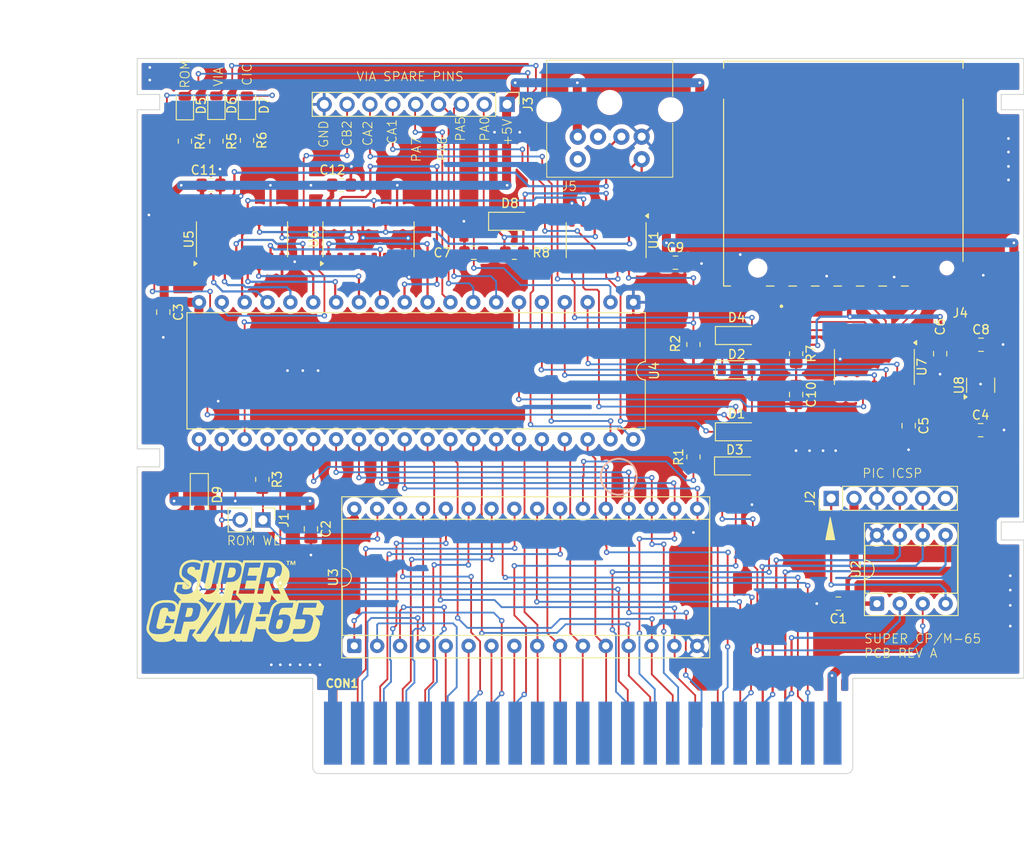
<source format=kicad_pcb>
(kicad_pcb (version 20241229) (generator "pcbnew") (generator_version "9.0")
  (layers (0 "F.Cu" signal) (2 "B.Cu" signal) (13 "F.Paste" user) (15 "B.Paste" user) (5 "F.SilkS" user "F.Silkscreen") (7 "B.SilkS" user "B.Silkscreen") (1 "F.Mask" user) (3 "B.Mask" user) (25 "Edge.Cuts" user))
  (net 0 "")
  (net 1 "GND")
  (net 2 "+3.3V")
  (net 3 "+5V")
  (net 4 "Net-(D8-K)")
  (net 5 "Net-(U7-OE)")
  (net 6 "/BA1")
  (net 7 "/A9")
  (net 8 "CIC_IN")
  (net 9 "/A13")
  (net 10 "/A0")
  (net 11 "/A1")
  (net 12 "/BA2")
  (net 13 "/D6")
  (net 15 "/A2")
  (net 16 "CLK")
  (net 17 "/A8")
  (net 18 "~{CART}")
  (net 19 "/A12")
  (net 20 "Net-(D9-K)")
  (net 21 "/D3")
  (net 22 "/D4")
  (net 23 "/A15")
  (net 25 "/A6")
  (net 26 "/BA3")
  (net 27 "/A5")
  (net 28 "/A7")
  (net 29 "/A11")
  (net 30 "/D0")
  (net 31 "/A10")
  (net 33 "/A4")
  (net 34 "/D2")
  (net 36 "CIC_CLK")
  (net 37 "/D5")
  (net 38 "/D1")
  (net 39 "~{WR}")
  (net 40 "/BA0")
  (net 41 "~{IRQ}")
  (net 42 "/D7")
  (net 43 "~{RES}")
  (net 44 "/A3")
  (net 45 "~{RD}")
  (net 46 "/A14")
  (net 47 "/CA2")
  (net 48 "Net-(D4-A)")
  (net 49 "Net-(D5-K)")
  (net 50 "Net-(D5-A)")
  (net 51 "~{CE_ROM}")
  (net 52 "~{CE_VIA}")
  (net 53 "Net-(D6-A)")
  (net 54 "Net-(D6-K)")
  (net 55 "Net-(D7-A)")
  (net 56 "/SCK_3V3")
  (net 57 "/SPI_CS_3V3")
  (net 58 "/MISO_3V3")
  (net 59 "Net-(D7-K)")
  (net 60 "Net-(D8-A)")
  (net 61 "/MOSI_3V3")
  (net 62 "/MOSI")
  (net 63 "/SPI_CS")
  (net 64 "/SCK")
  (net 65 "Net-(J1-Pin_1)")
  (net 67 "/MISO")
  (net 68 "/PA0")
  (net 69 "/PA5")
  (net 70 "/PA6")
  (net 71 "/PA7")
  (net 78 "Net-(U4-CB1)")
  (net 79 "/CB2")
  (net 80 "Net-(U4-PB3)")
  (net 81 "/CA1")
  (net 82 "Net-(U4-PB5)")
  (net 83 "Net-(U4-PB0)")
  (net 84 "Net-(U4-PB6)")
  (net 85 "/KB_CLK")
  (net 86 "Net-(U5-SRCLK)")
  (net 87 "Net-(U4-PB1)")
  (net 88 "Net-(U4-PB4)")
  (net 91 "/KB_DATA")
  (net 92 "Net-(U5-QH')")
  (net 100 "Net-(U4-PB2)")
  (net 101 "Net-(U4-PB7)")
  (net 102 "CIC_RST")
  (net 105 "/~{MCLR}{slash}VPP")
  (net 107 "CIC_OUT")
  (footprint "Package_SO:SOIC-16_3.9x9.9mm_P1.27mm" (layer "F.Cu") (at 75.645 62.1 90)
    (property "Reference" "U5")
    (property "Value" "74HC595")
  )
  (footprint "Diode_SMD:D_SOD-123" (layer "F.Cu") (at 130.5 87.3)
    (property "Reference" "D3")
    (property "Value" "BAT42W-V")
  )
  (footprint "Package_DIP:DIP-40_W15.24mm" (layer "F.Cu") (at 119.12 69.1 -90)
    (property "Reference" "U4")
    (property "Value" "W65C22NxP")
  )
  (footprint "Package_SO:SOIC-14_3.9x8.7mm_P1.27mm" (layer "F.Cu") (at 145.9 76.3 -90)
    (property "Reference" "U7")
    (property "Value" "TXB0104D")
  )
  (footprint "Connector_PinHeader_2.54mm:PinHeader_1x06_P2.54mm_Vertical" (layer "F.Cu") (at 141.1 90.9 90)
    (property "Reference" "J2")
    (property "Value" "Conn_01x06")
  )
  (footprint "Connector_PinHeader_2.54mm:PinHeader_1x09_P2.54mm_Vertical" (layer "F.Cu") (at 105.1 47.1 -90)
    (property "Reference" "J3")
    (property "Value" "Conn_01x09")
  )
  (footprint "Capacitor_SMD:C_0805_2012Metric_Pad1.18x1.45mm_HandSolder" (layer "F.Cu") (at 101.4 63.6 180)
    (property "Reference" "C7")
    (property "Value" "100n")
  )
  (footprint "Resistor_SMD:R_0805_2012Metric_Pad1.20x1.40mm_HandSolder" (layer "F.Cu") (at 72.8 51.2 -90)
    (property "Reference" "R5")
    (property "Value" "1k")
  )
  (footprint "Capacitor_SMD:C_0805_2012Metric_Pad1.18x1.45mm_HandSolder" (layer "F.Cu") (at 153.21 74.825 -90)
    (property "Reference" "C6")
    (property "Value" "100n")
  )
  (footprint "Capacitor_SMD:C_0805_2012Metric_Pad1.18x1.45mm_HandSolder" (layer "F.Cu") (at 157.71 83.325)
    (property "Reference" "C4")
    (property "Value" "2u2")
  )
  (footprint "SD_card:AMPHENOL_GSD090012SEU" (layer "F.Cu") (at 142.45 54.8 180)
    (property "Reference" "J4")
    (property "Value" "GSD090012SEU")
  )
  (footprint "Diode_SMD:D_SOD-123" (layer "F.Cu") (at 130.6 76.6)
    (property "Reference" "D2")
    (property "Value" "BAT42W-V")
  )
  (footprint "Diode_SMD:D_SOD-123" (layer "F.Cu") (at 105.4 60.1)
    (property "Reference" "D8")
    (property "Value" "BAT42W-V")
  )
  (footprint "Capacitor_SMD:C_0805_2012Metric_Pad1.18x1.45mm_HandSolder" (layer "F.Cu") (at 141.9 102.6 180)
    (property "Reference" "C1")
    (property "Value" "100n")
  )
  (footprint "PS2:TE 5749266-1" (layer "F.Cu") (at 116.5 42.2)
    (property "Reference" "J5")
    (property "Value" "Mini-DIN-6")
  )
  (footprint "Resistor_SMD:R_0805_2012Metric_Pad1.20x1.40mm_HandSolder" (layer "F.Cu") (at 77.9 88.8 -90)
    (property "Reference" "R3")
    (property "Value" "10k")
  )
  (footprint "LED_SMD:LED_0805_2012Metric" (layer "F.Cu") (at 76.2 47.1 90)
    (property "Reference" "D7")
    (property "Value" "LED")
  )
  (footprint "Package_DIP:DIP-8_W7.62mm_Socket" (layer "F.Cu") (at 146.19 102.605 90)
    (property "Reference" "U2")
    (property "Value" "PIC12F629-IP")
  )
  (footprint "Capacitor_SMD:C_0805_2012Metric_Pad1.18x1.45mm_HandSolder" (layer "F.Cu") (at 66.9 70.2 -90)
    (property "Reference" "C3")
    (property "Value" "100n")
  )
  (footprint "LED_SMD:LED_0805_2012Metric" (layer "F.Cu") (at 69.3 47.1375 90)
    (property "Reference" "D5")
    (property "Value" "LED")
  )
  (footprint "Package_SO:SOIC-16_3.9x9.9mm_P1.27mm" (layer "F.Cu") (at 89.7 62.1 90)
    (property "Reference" "U6")
    (property "Value" "74HC595")
  )
  (footprint "Connector_PinHeader_2.54mm:PinHeader_1x02_P2.54mm_Vertical" (layer "F.Cu") (at 77.975 93.3 -90)
    (property "Reference" "J1")
    (property "Value" "Conn_01x02")
  )
  (footprint "Capacitor_SMD:C_0805_2012Metric_Pad1.18x1.45mm_HandSolder" (layer "F.Cu") (at 157.7475 73.825)
    (property "Reference" "C8")
    (property "Value" "2u2")
  )
  (footprint "Package_TO_SOT_SMD:SOT-23-5" (layer "F.Cu") (at 157.71 78.325 90)
    (property "Reference" "U8")
    (property "Value" "AP2205-33W5-7")
  )
  (footprint "Diode_SMD:D_SOD-123" (layer "F.Cu") (at 130.6 72.8)
    (property "Reference" "D4")
    (property "Value" "BAT42W-V")
  )
  (footprint "Resistor_SMD:R_0805_2012Metric_Pad1.20x1.40mm_HandSolder" (layer "F.Cu") (at 76.2 51.1 -90)
    (property "Reference" "R6")
    (property "Value" "1k")
  )
  (footprint "Resistor_SMD:R_0805_2012Metric_Pad1.20x1.40mm_HandSolder" (layer "F.Cu") (at 125.8 86.3 90)
    (property "Reference" "R1")
    (property "Value" "10k")
  )
  (footprint "Resistor_SMD:R_0805_2012Metric_Pad1.20x1.40mm_HandSolder" (layer "F.Cu") (at 125.8 73.8 -90)
    (property "Reference" "R2")
    (property "Value" "10k")
  )
  (footprint "Capacitor_SMD:C_0805_2012Metric_Pad1.18x1.45mm_HandSolder" (layer "F.Cu") (at 86.7 56.075)
    (property "Reference" "C12")
    (property "Value" "100n")
  )
  (footprint "Diode_SMD:D_SOD-123" (layer "F.Cu") (at 70.9 90.5 -90)
    (property "Reference" "D9")
    (property "Value" "BAT42W-V")
  )
  (footprint "SNES_edge:SNES-EDGE-Bigger" (layer "F.Cu") (at 108.16602 130.66012)
    (property "Reference" "CON1")
    (property "Value" "db_vgparts_SNES-EDGE" (hide yes))
    (fp_line (start -44.16552 -88.66124) (end -44.16552 -84.66074) (stroke (width 0.1016)) (layer "Edge.Cuts"))
    (fp_line (start -44.16552 -88.66124) (end -16.31696 -88.66124) (stroke (width 0.1016)) (layer "Edge.Cuts"))
    (fp_line (start -44.16552 -84.66074) (end -41.66616 -84.66074) (stroke (width 0.1016)) (layer "Edge.Cuts"))
    (fp_line (start -44.16552 -82.96148) (end -44.16538 -45.2612) (stroke (width 0.1016)) (layer "Edge.Cuts"))
    (fp_line (start -44.16552 -19.7612) (end -44.16538 -43.2612) (stroke (width 0.1016)) (layer "Edge.Cuts"))
    (fp_line (start -44.16552 -19.7612) (end -24.66594 -19.7612) (stroke (width 0.1016)) (layer "Edge.Cuts"))
    (fp_line (start -44.16538 -45.2612) (end -41.66602 -45.2612) (stroke (width 0.1016)) (layer "Edge.Cuts"))
    (fp_line (start -41.66616 -84.66074) (end -41.66616 -82.96148) (stroke (width 0.1016)) (layer "Edge.Cuts"))
    (fp_line (start -41.66616 -82.96148) (end -44.16552 -82.96148) (stroke (width 0.1016)) (layer "Edge.Cuts"))
    (fp_line (start -41.66602 -45.2612) (end -41.66602 -43.2612) (stroke (width 0.1016)) (layer "Edge.Cuts"))
    (fp_line (start -41.66602 -43.2612) (end -44.16538 -43.2612) (stroke (width 0.1016)) (layer "Edge.Cuts"))
    (fp_line (start -24.66594 -19.7612) (end -24.66594 -19.6596) (stroke (width 0.1016)) (layer "Edge.Cuts"))
    (fp_line (start -24.66594 -9.86028) (end -24.66594 -19.6596) (stroke (width 0.1016)) (layer "Edge.Cuts"))
    (fp_line (start -23.9649 -9.15924) (end 34.6329 -9.15924) (stroke (width 0.1016)) (layer "Edge.Cuts"))
    (fp_line (start -16.31696 -88.66124) (end 27.23388 -88.66124) (stroke (width 0.1016)) (layer "Edge.Cuts"))
    (fp_line (start 27.23388 -88.66124) (end 54.33314 -88.66124) (stroke (width 0.1016)) (layer "Edge.Cuts"))
    (fp_line (start 35.33394 -19.7612) (end 54.333 -19.7612) (stroke (width 0.1016)) (layer "Edge.Cuts"))
    (fp_line (start 35.33394 -19.6596) (end 35.33394 -19.7612) (stroke (width 0.1016)) (layer "Edge.Cuts"))
    (fp_line (start 35.33394 -9.86028) (end 35.33394 -19.6596) (stroke (width 0.1016)) (layer "Edge.Cuts"))
    (fp_line (start 51.833 -37.1282) (end 54.32982 -37.1282) (stroke (width 0.1016)) (layer "Edge.Cuts"))
    (fp_line (start 51.833 -35.1282) (end 51.833 -37.1282) (stroke (width 0.1016)) (layer "Edge.Cuts"))
    (fp_line (start 51.83378 -84.66074) (end 54.33314 -84.66074) (stroke (width 0.1016)) (layer "Edge.Cuts"))
    (fp_line (start 51.83378 -82.96148) (end 51.83378 -84.66074) (stroke (width 0.1016)) (layer "Edge.Cuts"))
    (fp_line (start 54.32982 -37.1282) (end 54.33314 -82.96148) (stroke (width 0.1016)) (layer "Edge.Cuts"))
    (fp_line (start 54.333 -35.1282) (end 51.833 -35.1282) (stroke (width 0.1016)) (layer "Edge.Cuts"))
    (fp_line (start 54.333 -35.1282) (end 54.333 -19.7612) (stroke (width 0.1016)) (layer "Edge.Cuts"))
    (fp_line (start 54.33314 -84.66074) (end 54.33314 -88.66124) (stroke (width 0.1016)) (layer "Edge.Cuts"))
    (fp_line (start 54.33314 -82.96148) (end 51.83378 -82.96148) (stroke (width 0.1016)) (layer "Edge.Cuts"))
    (fp_arc (start -23.9649 -9.15924) (mid -24.46061 -9.36457) (end -24.66594 -9.86028) (stroke (width 0.09906)) (layer "Edge.Cuts"))
    (fp_arc (start 35.33394 -9.86028) (mid 35.12861 -9.36457) (end 34.6329 -9.15924) (stroke (width 0.09906)) (layer "Edge.Cuts"))
  )
  (footprint "Capacitor_SMD:C_0805_2012Metric_Pad1.18x1.45mm_HandSolder" (layer "F.Cu") (at 83.3 94.3 -90)
    (property "Reference" "C2")
    (property "Value" "100n")
  )
  (footprint "LED_SMD:LED_0805_2012Metric" (layer "F.Cu") (at 72.8 47.1 90)
    (property "Reference" "D6")
    (property "Value" "LED")
  )
  (footprint "Capacitor_SMD:C_0805_2012Metric_Pad1.18x1.45mm_HandSolder" (layer "F.Cu") (at 137.21 79.3625 -90)
    (property "Reference" "C10")
    (property "Value" "100n")
  )
  (footprint "Capacitor_SMD:C_0805_2012Metric_Pad1.18x1.45mm_HandSolder" (layer "F.Cu") (at 123.8 64.7)
    (property "Reference" "C9")
    (property "Value" "100n")
  )
  (footprint "Resistor_SMD:R_0805_2012Metric_Pad1.20x1.40mm_HandSolder" (layer "F.Cu") (at 105.9 63.6)
    (property "Reference" "R8")
    (property "Value" "33k")
  )
  (footprint "Package_DIP:DIP-32_W15.24mm_Socket" (layer "F.Cu") (at 88.12 107.3 90)
    (property "Reference" "U3")
    (property "Value" "SST39SF010")
  )
  (footprint "Logo:logo" (layer "F.Cu") (at 74.832431 103.142385)
    (property "Reference" "G***" (hide yes))
    (property "Value" "LOGO" (hide yes))
  )
  (footprint "Resistor_SMD:R_0805_2012Metric_Pad1.20x1.40mm_HandSolder" (layer "F.Cu") (at 69.3 51.2 -90)
    (property "Reference" "R4")
    (property "Value" "1k")
  )
  (footprint "Package_SO:SOIC-14_3.9x8.7mm_P1.27mm" (layer "F.Cu") (at 116.1 62.2 -90)
    (property "Reference" "U1")
    (property "Value" "74HC14")
  )
  (footprint "Diode_SMD:D_SOD-123" (layer "F.Cu") (at 130.6 83.5)
    (property "Reference" "D1")
    (property "Value" "BAT42W-V")
  )
  (footprint "Resistor_SMD:R_0805_2012Metric_Pad1.20x1.40mm_HandSolder" (layer "F.Cu") (at 137.21 74.825 -90)
    (property "Reference" "R7")
    (property "Value" "10k")
  )
  (footprint "Capacitor_SMD:C_0805_2012Metric_Pad1.18x1.45mm_HandSolder" (layer "F.Cu") (at 72.2 56.075)
    (property "Reference" "C11")
    (property "Value" "100n")
  )
  (footprint "Capacitor_SMD:C_0805_2012Metric_Pad1.18x1.45mm_HandSolder" (layer "F.Cu") (at 149.71 82.825 -90)
    (property "Reference" "C5")
    (property "Value" "100n")
  )
  (gr_poly (pts (xy 140.5 95.5) (xy 141 93) (xy 141.5 95.5)) (stroke (width 0.1)) (fill yes) (layer "F.SilkS"))
  (gr_text "CIC" (at 76.8 45.1 90) (layer "F.SilkS") (effects (font (size 1 1) (thickness 0.1)) (justify left bottom)))
  (gr_text "PA0" (at 103.2 51.3 90) (layer "F.SilkS") (effects (font (size 1 1) (thickness 0.1)) (justify left bottom)))
  (gr_text "CA1" (at 92.9 51.6 90) (layer "F.SilkS") (effects (font (size 1 1) (thickness 0.1)) (justify left bottom)))
  (gr_text "SUPER CP/M-65 \nPCB REV A" (at 144.7 108.7 0) (layer "F.SilkS") (effects (font (size 1 1) (thickness 0.1)) (justify left bottom)))
  (gr_text "PA6" (at 98.5 53.5 90) (layer "F.SilkS") (effects (font (size 1 1) (thickness 0.1)) (justify left bottom)))
  (gr_text "CA2" (at 90.2 51.8 90) (layer "F.SilkS") (effects (font (size 1 1) (thickness 0.1)) (justify left bottom)))
  (gr_text "PA7" (at 95.6 53.6 90) (layer "F.SilkS") (effects (font (size 1 1) (thickness 0.1)) (justify left bottom)))
  (gr_text "PA5" (at 100.5 51.3 90) (layer "F.SilkS") (effects (font (size 1 1) (thickness 0.1)) (justify left bottom)))
  (gr_text "+5V" (at 105.7 51.8 90) (layer "F.SilkS") (effects (font (size 1 1) (thickness 0.1)) (justify left bottom)))
  (gr_text "ROM WE" (at 73.9 96.2 0) (layer "F.SilkS") (effects (font (size 1 1) (thickness 0.1)) (justify left bottom)))
  (gr_text "CB2" (at 87.9 51.9 90) (layer "F.SilkS") (effects (font (size 1 1) (thickness 0.1)) (justify left bottom)))
  (gr_text "PIC ICSP" (at 144.5 88.7 0) (layer "F.SilkS") (effects (font (size 1 1) (thickness 0.1)) (justify left bottom)))
  (gr_text "VIA" (at 73.6 45.2 90) (layer "F.SilkS") (effects (font (size 1 1) (thickness 0.1)) (justify left bottom)))
  (gr_text "VIA SPARE PINS" (at 88.3 44.6 0) (layer "F.SilkS") (effects (font (size 1 1) (thickness 0.1)) (justify left bottom)))
  (gr_text "GND" (at 85.3 52 90) (layer "F.SilkS") (effects (font (size 1 1) (thickness 0.1)) (justify left bottom)))
  (gr_text "ROM" (at 69.9 45.4 90) (layer "F.SilkS") (effects (font (size 1 1) (thickness 0.1)) (justify left bottom)))
  (segment (start 149.71 83.8625) (end 149.71 85.49) (width 0.25) (layer "F.Cu") (net 1))
  (segment (start 140.8625 102.6) (end 139.5 102.6) (width 0.25) (layer "F.Cu") (net 1))
  (segment (start 131.025 66.2) (end 131.025 63.825) (width 0.25) (layer "F.Cu") (net 1))
  (segment (start 75.01 59.625) (end 75.01 57.79) (width 0.25) (layer "F.Cu") (net 1))
  (segment (start 94.145 62.02) (end 94.1 61.975) (width 0.5) (layer "F.Cu") (net 1))
  (segment (start 126.6 64.7) (end 126.7 64.8) (width 0.2) (layer "F.Cu") (net 1))
  (segment (start 84.3 109.69896) (end 84.3 109.4) (width 1) (layer "F.Cu") (net 1))
  (segment (start 85.75052 111.14948) (end 84.3 109.69896) (width 1) (layer "F.Cu") (net 1))
  (segment (start 73.2375 54.3375) (end 73.2 54.3) (width 0.2) (layer "F.Cu") (net 1))
  (segment (start 94.145 66.245) (end 94.2 66.3) (width 0.5) (layer "F.Cu") (net 1))
  (segment (start 80.09 64.575) (end 81.475 64.575) (width 0.5) (layer "F.Cu") (net 1))
  (segment (start 160.275 83.325) (end 160.3 83.3) (width 0.5) (layer "F.Cu") (net 1))
  (segment (start 81.475 64.575) (end 81.5 64.6) (width 0.5) (layer "F.Cu") (net 1))
  (segment (start 158.785 73.825) (end 160.175 73.825) (width 0.5) (layer "F.Cu") (net 1))
  (segment (start 112.29 58.11) (end 112.3 58.1) (width 0.5) (layer "F.Cu") (net 1))
  (segment (start 156.125 66.2) (end 157.9 66.2) (width 0.25) (layer "F.Cu") (net 1))
  (segment (start 153.21 75.8625) (end 153.21 77.09) (width 0.25) (layer "F.Cu") (net 1))
  (segment (start 75.01 57.79) (end 75.5 57.3) (width 0.25) (layer "F.Cu") (net 1))
  (segment (start 83.3 95.3375) (end 83.3 97.2) (width 0.2) (layer "F.Cu") (net 1))
  (segment (start 131.025 63.825) (end 131 63.8) (width 0.25) (layer "F.Cu") (net 1))
  (segment (start 148.1 68) (end 148.1 66.3) (width 0.25) (layer "F.Cu") (net 1))
  (segment (start 85.75052 117) (end 85.75052 111.14948) (width 1) (layer "F.Cu") (net 1))
  (segment (start 89.065 59.625) (end 89.065 61.89) (width 0.25) (layer "F.Cu") (net 1))
  (segment (start 157.9 66.2) (end 158 66.1) (width 0.25) (layer "F.Cu") (net 1))
  (segment (start 73.2375 56.075) (end 73.2375 54.3375) (width 0.2) (layer "F.Cu") (net 1))
  (segment (start 112.29 59.725) (end 112.29 58.11) (width 0.5) (layer "F.Cu") (net 1))
  (segment (start 94.145 64.575) (end 94.145 62.02) (width 0.5) (layer "F.Cu") (net 1))
  (segment (start 157.71 78.21) (end 157.7 78.2) (width 0.2) (layer "F.Cu") (net 1))
  (segment (start 153.21 77.09) (end 153.2 77.1) (width 0.25) (layer "F.Cu") (net 1))
  (segment (start 89.065 61.89) (end 89.1 61.925) (width 0.25) (layer "F.Cu") (net 1))
  (segment (start 142.09 73.825) (end 142.09 75.39) (width 0.25) (layer "F.Cu") (net 1))
  (segment (start 87.7375 56.075) (end 87.7375 54.0625) (width 0.2) (layer "F.Cu") (net 1))
  (segment (start 142.09 75.39) (end 142.1 75.4) (width 0.25) (layer "F.Cu") (net 1))
  (segment (start 160.175 73.825) (end 160.2 73.8) (width 0.5) (layer "F.Cu") (net 1))
  (segment (start 94.145 64.575) (end 94.145 66.245) (width 0.5) (layer "F.Cu") (net 1))
  (segment (start 87.7375 54.0625) (end 87.8 54) (width 0.2) (layer "F.Cu") (net 1))
  (segment (start 124.8375 64.7) (end 126.6 64.7) (width 0.2) (layer "F.Cu") (net 1))
  (segment (start 140.6 68) (end 140.6 66.2) (width 0.25) (layer "F.Cu") (net 1))
  (segment (start 66.9 71.2375) (end 66.9 73) (width 0.2) (layer "F.Cu") (net 1))
  (segment (start 157.71 79.4625) (end 157.71 78.21) (width 0.5) (layer "F.Cu") (net 1))
  (segment (start 158.7475 83.325) (end 160.275 83.325) (width 0.5) (layer "F.Cu") (net 1))
  (segment (start 149.71 85.49) (end 149.7 85.5) (width 0.25) (layer "F.Cu") (net 1))
  (segment (start 85.75052 111.14948) (end 85.8 111.1) (width 1) (layer "F.Cu") (net 1))
  (via (at 158 66.1) (size 0.6) (drill 0.3) (layers "F.Cu" "B.Cu") (net 1))
  (via (at 160.8 52.4) (size 0.6) (drill 0.3) (layers "F.Cu" "B.Cu") (net 1))
  (via (at 94.2 66.3) (size 0.6) (drill 0.3) (layers "F.Cu" "B.Cu") (net 1))
  (via (at 65.4 43) (size 0.6) (drill 0.3) (layers "F.Cu" "B.Cu") (net 1))
  (via (at 80.7 76.7) (size 0.6) (drill 0.3) (layers "F.Cu" "B.Cu") (net 1))
  (via (at 94.1 61.975) (size 0.6) (drill 0.3) (layers "F.Cu" "B.Cu") (net 1))
  (via (at 161 102.8) (size 0.6) (drill 0.3) (layers "F.Cu" "B.Cu") (net 1))
  (via (at 87.8 54) (size 0.6) (drill 0.3) (layers "F.Cu" "B.Cu") (net 1))
  (via (at 153.2 77.1) (size 0.6) (drill 0.3) (layers "F.Cu" "B.Cu") (net 1))
  (via (at 141.6 85.6) (size 0.6) (drill 0.3) (layers "F.Cu" "B.Cu") (net 1))
  (via (at 65.4 44.4) (size 0.6) (drill 0.3) (layers "F.Cu" "B.Cu") (net 1))
  (via (at 73 80.1) (size 0.6) (drill 0.3) (layers "F.Cu" "B.Cu") (net 1))
  (via (at 75.5 57.3) (size 0.6) (drill 0.3) (layers "F.Cu" "B.Cu") (net 1))
  (via (at 160.8 54) (size 0.6) (drill 0.3) (layers "F.Cu" "B.Cu") (net 1))
  (via (at 142.1 75.4) (size 0.6) (drill 0.3) (layers "F.Cu" "B.Cu") (net 1))
  (via (at 106.5 50.2) (size 0.6) (drill 0.3) (layers "F.Cu" "B.Cu") (net 1))
  (via (at 81.5 64.6) (size 0.6) (drill 0.3) (layers "F.Cu" "B.Cu") (net 1))
  (via (at 157.7 78.2) (size 0.6) (drill 0.3) (layers "F.Cu" "B.Cu") (net 1))
  (via (at 100.3 60.1) (size 0.6) (drill 0.3) (layers "F.Cu" "B.Cu") (net 1))
  (via (at 81 109.4) (size 0.6) (drill 0.3) (layers "F.Cu" "B.Cu") (net 1))
  (via (at 83.2 109.4) (size 0.6) (drill 0.3) (layers "F.Cu" "B.Cu") (net 1))
  (via (at 131 63.8) (size 0.6) (drill 0.3) (layers "F.Cu" "B.Cu") (net 1))
  (via (at 148.1 66.3) (size 0.6) (drill 0.3) (layers "F.Cu" "B.Cu") (net 1))
  (via (at 140.6 66.2) (size 0.6) (drill 0.3) (layers "F.Cu" "B.Cu") (net 1))
  (via (at 84.3 109.4) (size 0.6) (drill 0.3) (layers "F.Cu" "B.Cu") (net 1))
  (via (at 140.2 85.6) (size 0.6) (drill 0.3) (layers "F.Cu" "B.Cu") (net 1))
  (via (at 139.5 102.6) (size 0.6) (drill 0.3) (layers "F.Cu" "B.Cu") (net 1))
  (via (at 89.1 61.925) (size 0.6) (drill 0.3) (layers "F.Cu" "B.Cu") (net 1))
  (via (at 160.3 83.3) (size 0.6) (drill 0.3) (layers "F.Cu" "B.Cu") (net 1))
  (via (at 73.2 54.3) (size 0.6) (drill 0.3) (layers "F.Cu" "B.Cu") (net 1))
  (via (at 137.2 85.6) (size 0.6) (drill 0.3) (layers "F.Cu" "B.Cu") (net 1))
  (via (at 132.3 91.6) (size 0.6) (drill 0.3) (layers "F.Cu" "B.Cu") (net 1))
  (via (at 84.1 76.7) (size 0.6) (drill 0.3) (layers "F.Cu" "B.Cu") (net 1))
  (via (at 126.7 64.8) (size 0.6) (drill 0.3) (layers "F.Cu" "B.Cu") (net 1))
  (via (at 138.7 85.6) (size 0.6) (drill 0.3) (layers "F.Cu" "B.Cu") (net 1))
  (via (at 83.3 97.2) (size 0.6) (drill 0.3) (layers "F.Cu" "B.Cu") (net 1))
  (via (at 160.8 50.9) (size 0.6) (drill 0.3) (layers "F.Cu" "B.Cu") (net 1))
  (via (at 160.2 73.8) (size 0.6) (drill 0.3) (layers "F.Cu" "B.Cu") (net 1))
  (via (at 112.3 58.1) (size 0.6) (drill 0.3) (layers "F.Cu" "B.Cu") (net 1))
  (via (at 66.9 73) (size 0.6) (drill 0.3) (layers "F.Cu" "B.Cu") (net 1))
  (via (at 65.3 59.4) (size 0.6) (drill 0.3) (layers "F.Cu" "B.Cu") (net 1))
  (via (at 149.7 85.5) (size 0.6) (drill 0.3) (layers "F.Cu" "B.Cu") (net 1))
  (via (at 79.9 109.4) (size 0.6) (drill 0.3) (layers "F.Cu" "B.Cu") (net 1))
  (via (at 125.8 94.7) (size 0.6) (drill 0.3) (layers "F.Cu" "B.Cu") (net 1))
  (via (at 82.1 109.4) (size 0.6) (drill 0.3) (layers "F.Cu" "B.Cu") (net 1))
  (via (at 103.7 50.2) (size 0.6) (drill 0.3) (layers "F.Cu" "B.Cu") (net 1))
  (via (at 78.9 109.4) (size 0.6) (drill 0.3) (layers "F.Cu" "B.Cu") (net 1))
  (via (at 160.8 55.5) (size 0.6) (drill 0.3) (layers "F.Cu" "B.Cu") (net 1))
  (via (at 161 105.1) (size 0.6) (drill 0.3) (layers "F.Cu" "B.Cu") (net 1))
  (via (at 161 101.1) (size 0.6) (drill 0.3) (layers "F.Cu" "B.Cu") (net 1))
  (via (at 82.4 76.7) (size 0.6) (drill 0.3) (layers "F.Cu" "B.Cu") (net 1))
  (via (at 161 99.5) (size 0.6) (drill 0.3) (layers "F.Cu" "B.Cu") (net 1))
  (segment (start 85.75052 117) (end 85.7 116.94948) (width 1) (layer "B.Cu") (net 1))
  (segment (start 89.15 61.975) (end 89.1 61.925) (width 0.25) (layer "B.Cu") (net 1))
  (segment (start 85.7 116.94948) (end 85.7 110.8) (width 1) (layer "B.Cu") (net 1))
  (segment (start 94.1 61.975) (end 89.15 61.975) (width 0.25) (layer "B.Cu") (net 1))
  (segment (start 85.7 110.8) (end 84.3 109.4) (width 1) (layer "B.Cu") (net 1))
  (segment (start 153.21 73.7875) (end 149.7475 73.7875) (width 0.5) (layer "F.Cu") (net 2))
  (segment (start 137.21 73.825) (end 139.525 73.825) (width 0.25) (layer "F.Cu") (net 2))
  (segment (start 139.525 73.825) (end 139.6 73.9) (width 0.25) (layer "F.Cu") (net 2))
  (segment (start 149.7475 73.7875) (end 149.71 73.825) (width 0.5) (layer "F.Cu") (net 2))
  (segment (start 153.21 73.7875) (end 153.21 70.71) (width 0.5) (layer "F.Cu") (net 2))
  (segment (start 156.6725 73.7875) (end 156.76 73.875) (width 0.5) (layer "F.Cu") (net 2))
  (segment (start 156.76 77.1875) (end 156.76 73.875) (width 0.5) (layer "F.Cu") (net 2))
  (segment (start 153.21 73.7875) (end 156.6725 73.7875) (width 0.5) (layer "F.Cu") (net 2))
  (segment (start 156.76 73.875) (end 156.71 73.825) (width 0.2) (layer "F.Cu") (net 2))
  (segment (start 153.21 70.71) (end 153.2 70.7) (width 0.5) (layer "F.Cu") (net 2))
  (segment (start 143.1 70.6) (end 143.1 68) (width 0.5) (layer "F.Cu") (net 2))
  (segment (start 143.2 70.7) (end 143.1 70.6) (width 0.5) (layer "F.Cu") (net 2))
  (via (at 139.6 73.9) (size 0.6) (drill 0.3) (layers "F.Cu" "B.Cu") (net 2))
  (via (at 143.2 70.7) (size 0.6) (drill 0.3) (layers "F.Cu" "B.Cu") (net 2))
  (via (at 153.2 70.7) (size 0.6) (drill 0.3) (layers "F.Cu" "B.Cu") (net 2))
  (segment (start 139.5 71.1) (end 139.9 70.7) (width 0.25) (layer "B.Cu") (net 2))
  (segment (start 139.5 73.8) (end 139.5 71.1) (width 0.25) (layer "B.Cu") (net 2))
  (segment (start 139.9 70.7) (end 143.2 70.7) (width 0.25) (layer "B.Cu") (net 2))
  (segment (start 139.6 73.9) (end 139.5 73.8) (width 0.25) (layer "B.Cu") (net 2))
  (segment (start 153.2 70.7) (end 143.2 70.7) (width 0.5) (layer "B.Cu") (net 2))
  (segment (start 141.24952 117) (end 141.2 116.95048) (width 1) (layer "F.Cu") (net 3))
  (segment (start 156.86 80.8) (end 156.76 80.7) (width 0.2) (layer "F.Cu") (net 3))
  (segment (start 71.1375 56.1) (end 71.1625 56.075) (width 1) (layer "F.Cu") (net 3))
  (segment (start 105.04 56.04) (end 105.04 46.76) (width 1) (layer "F.Cu") (net 3))
  (segment (start 92.875 56.125) (end 92.9 56.1) (width 0.25) (layer "F.Cu") (net 3))
  (segment (start 71.2 59.625) (end 71.2 56.1125) (width 0.5) (layer "F.Cu") (net 3))
  (segment (start 154.425 83.325) (end 152.8875 81.7875) (width 1) (layer "F.Cu") (net 3))
  (segment (start 142.9375 102.6) (end 142.9375 99.9625) (width 0.5) (layer "F.Cu") (net 3))
  (segment (start 106 45.8) (end 106 44.7) (width 1) (layer "F.Cu") (net 3))
  (segment (start 126.5 54.9) (end 126.5 44.7) (width 1) (layer "F.Cu") (net 3))
  (segment (start 85.6375 57.3625) (end 85.6375 56.1) (width 0.5) (layer "F.Cu") (net 3))
  (segment (start 158.6 80.8) (end 156.86 80.8) (width 0.2) (layer "F.Cu") (net 3))
  (segment (start 156.6725 83.325) (end 154.425 83.325) (width 1) (layer "F.Cu") (net 3))
  (segment (start 70.86 76.34) (end 68.1 79.1) (width 1) (layer "F.Cu") (net 3))
  (segment (start 157.4 109.1) (end 159.3 107.2) (width 1) (layer "F.Cu") (net 3))
  (segment (start 122.7625 64.7) (end 119.935 64.7) (width 0.5) (layer "F.Cu") (net 3))
  (segment (start 83.2 91.2) (end 83.2 93.1625) (width 1) (layer "F.Cu") (net 3))
  (segment (start 92.875 59.625) (end 92.875 56.125) (width 0.25) (layer "F.Cu") (net 3))
  (segment (start 159.3 99) (end 159.3 97.5) (width 1) (layer "F.Cu") (net 3))
  (segment (start 141.2 116.95048) (end 141.2 110.6) (width 1) (layer "F.Cu") (net 3))
  (segment (start 67 69.1) (end 70.86 69.1) (width 1) (layer "F.Cu") (net 3))
  (segment (start 78.5 85.8) (end 78.48 85.78) (width 0.2) (layer "F.Cu") (net 3))
  (segment (start 83.2 93.1625) (end 83.3 93.2625) (width 1) (layer "F.Cu") (net 3))
  (segment (start 112.9 44.7) (end 112.9 50.45) (width 1) (layer "F.Cu") (net 3))
  (segment (start 83.3 56.1) (end 85.6375 56.1) (width 1) (layer "F.Cu") (net 3))
  (segment (start 85.6375 56.1) (end 85.6625 56.075) (width 0.25) (layer "F.Cu") (net 3))
  (segment (start 159.3 97.5) (end 158.5 96.7) (width 1) (layer "F.Cu") (net 3))
  (segment (start 122.8 62.5) (end 122.8 58.6) (width 1) (layer "F.Cu") (net 3))
  (segment (start 77.9 86.4) (end 78.5 85.8) (width 0.2) (layer "F.Cu") (net 3))
  (segment (start 156.6725 83.325) (end 156.6725 81.2275) (width 0.5) (layer "F.Cu") (net 3))
  (segment (start 161.4 86.691071) (end 161.4 62.5) (width 1) (layer "F.Cu") (net 3))
  (segment (start 158.66 80.74) (end 158.6 80.8) (width 0.2) (layer "F.Cu") (net 3))
  (segment (start 159.3 99) (end 144.2 99) (width 1) (layer "F.Cu") (net 3))
  (segment (start 112.9 50.45) (end 112.95 50.5) (width 1) (layer "F.Cu") (net 3))
  (segment (start 143.9 99) (end 144.2 99) (width 0.5) (layer "F.Cu") (net 3))
  (segment (start 68.9 56.1) (end 71.1375 56.1) (width 1) (layer "F.Cu") (net 3))
  (segment (start 85.255 59.625) (end 85.255 57.745) (width 0.5) (layer "F.Cu") (net 3))
  (segment (start 146.185 102.6) (end 146.19 102.605) (width 0.2) (layer "F.Cu") (net 3))
  (segment (start 83.3 93.2625) (end 88.0675 93.2625) (width 0.5) (layer "F.Cu") (net 3))
  (segment (start 74.9 88.5) (end 74.9 91.2) (width 0.2) (layer "F.Cu") (net 3))
  (segment (start 105.04 46.76) (end 106 45.8) (width 1) (layer "F.Cu") (net 3))
  (segment (start 152.8875 81.7875) (end 149.71 81.7875) (width 1) (layer "F.Cu") (net 3))
  (segment (start 77.9 87.8) (end 75.6 87.8) (width 0.2) (layer "F.Cu") (net 3))
  (segment (start 78.48 85.78) (end 78.48 84.34) (width 0.2) (layer "F.Cu") (net 3))
  (segment (start 156.76 81.14) (end 156.76 79.4625) (width 0.5) (layer "F.Cu") (net 3))
  (segment (start 156.6725 85.9725) (end 156.6725 83.325) (width 1) (layer "F.Cu") (net 3))
  (segment (start 122.8 63.5) (end 122.7625 63.5375) (width 1) (layer "F.Cu") (net 3))
  (segment (start 158.5 96.7) (end 158.5 87.8) (width 1) (layer "F.Cu") (net 3))
  (segment (start 78.82 56.12) (end 78.8 56.1) (width 0.25) (layer "F.Cu") (net 3))
  (segment (start 142.9375 102.6) (end 146.185 102.6) (width 0.5) (layer "F.Cu") (net 3))
  (segment (start 70.86 69.1) (end 70.86 76.34) (width 1) (layer "F.Cu") (net 3))
  (segment (start 156.76 80.7) (end 156.76 79.4625) (width 0.2) (layer "F.Cu") (net 3))
  (segment (start 105.1 56.1) (end 105.04 56.04) (width 1) (layer "F.Cu") (net 3))
  (segment (start 158.5 87.8) (end 156.6725 85.9725) (width 1) (layer "F.Cu") (net 3))
  (segment (start 85.255 57.745) (end 85.6375 57.3625) (width 0.5) (layer "F.Cu") (net 3))
  (segment (start 88.0675 93.2625) (end 88.15 93.18) (width 1) (layer "F.Cu") (net 3))
  (segment (start 160.291071 87.8) (end 161.4 86.691071) (width 1) (layer "F.Cu") (net 3))
  (segment (start 158.5 87.8) (end 160.291071 87.8) (width 1) (layer "F.Cu") (net 3))
  (segment (start 75.6 87.8) (end 74.9 88.5) (width 0.2) (layer "F.Cu") (net 3))
  (segment (start 156.6725 81.2275) (end 156.76 81.14) (width 0.5) (layer "F.Cu") (net 3))
  (segment (start 143.64 97.36) (end 143.64 90.9) (width 1) (layer "F.Cu") (net 3))
  (segment (start 68.1 79.1) (end 68.1 91.2) (width 1) (layer "F.Cu") (net 3))
  (segment (start 142.9375 99.9625) (end 143.9 99) (width 0.5) (layer "F.Cu") (net 3))
  (segment (start 159.3 107.2) (end 159.3 99) (width 1) (layer "F.Cu") (net 3))
  (segment (start 122.7625 63.5375) (end 122.7625 64.7) (width 1) (layer "F.Cu") (net 3))
  (segment (start 77.9 87.8) (end 77.9 86.4) (width 0.2) (layer "F.Cu") (net 3))
  (segment (start 66.9625 69.1) (end 66.9 69.1625) (width 1) (layer "F.Cu") (net 3))
  (segment (start 67 58) (end 67 69.1) (width 1) (layer "F.Cu") (net 3))
  (segment (start 144.2 99) (end 143.64 98.44) (width 1) (layer "F.Cu") (net 3))
  (segment (start 158.66 79.4625) (end 158.66 80.74) (width 0.2) (layer "F.Cu") (net 3))
  (segment (start 68.9 56.1) (end 67 58) (width 1) (layer "F.Cu") (net 3))
  (segment (start 149.71 81.7875) (end 149.71 78.775) (width 0.5) (layer "F.Cu") (net 3))
  (segment (start 71.2 56.1125) (end 71.1625 56.075) (width 0.25) (layer "F.Cu") (net 3))
  (segment (start 78.82 59.625) (end 78.82 56.12) (width 0.25) (layer "F.Cu") (net 3))
  (segment (start 143.64 98.44) (end 143.64 97.36) (width 1) (layer "F.Cu") (net 3))
  (segment (start 122.8 58.6) (end 126.5 54.9) (width 1) (layer "F.Cu") (net 3))
  (segment (start 141.2 110.6) (end 142.7 109.1) (width 1) (layer "F.Cu") (net 3))
  (segment (start 122.8 62.5) (end 122.8 63.5) (width 1) (layer "F.Cu") (net 3))
  (segment (start 142.7 109.1) (end 157.4 109.1) (width 1) (layer "F.Cu") (net 3))
  (via (at 78.8 56.1) (size 0.6) (drill 0.3) (layers "F.Cu" "B.Cu") (net 3))
  (via (at 106 44.7) (size 0.6) (drill 0.3) (layers "F.Cu" "B.Cu") (net 3))
  (via (at 105.1 56.1) (size 0.6) (drill 0.3) (layers "F.Cu" "B.Cu") (net 3))
  (via (at 126.5 44.7) (size 0.6) (drill 0.3) (layers "F.Cu" "B.Cu") (net 3))
  (via (at 68.1 91.2) (size 0.6) (drill 0.3) (layers "F.Cu" "B.Cu") (net 3))
  (via (at 83.3 56.1) (size 0.6) (drill 0.3) (layers "F.Cu" "B.Cu") (net 3))
  (via (at 161.4 62.5) (size 0.6) (drill 0.3) (layers "F.Cu" "B.Cu") (net 3))
  (via (at 141.2 110.6) (size 0.6) (drill 0.3) (layers "F.Cu" "B.Cu") (net 3))
  (via (at 74.9 91.2) (size 0.6) (drill 0.3) (layers "F.Cu" "B.Cu") (net 3))
  (via (at 92.9 56.1) (size 0.6) (drill 0.3) (layers "F.Cu" "B.Cu") (net 3))
  (via (at 112.9 44.7) (size 0.6) (drill 0.3) (layers "F.Cu" "B.Cu") (net 3))
  (via (at 68.9 56.1) (size 0.6) (drill 0.3) (layers "F.Cu" "B.Cu") (net 3))
  (via (at 122.8 62.5) (size 0.6) (drill 0.3) (layers "F.Cu" "B.Cu") (net 3))
  (via (at 83.2 91.2) (size 0.6) (drill 0.3) (layers "F.Cu" "B.Cu") (net 3))
  (segment (start 68.1 91.2) (end 74.9 91.2) (width 1) (layer "B.Cu") (net 3))
  (segment (start 141.24952 110.64952) (end 141.2 110.6) (width 1) (layer "B.Cu") (net 3))
  (segment (start 141.24952 117) (end 141.24952 110.64952) (width 1) (layer "B.Cu") (net 3))
  (segment (start 92.9 56.1) (end 78.8 56.1) (width 1) (layer "B.Cu") (net 3))
  (segment (start 74.9 91.2) (end 83.2 91.2) (width 1) (layer "B.Cu") (net 3))
  (segment (start 122.8 62.5) (end 161.4 62.5) (width 1) (layer "B.Cu") (net 3))
  (segment (start 78.8 56.1) (end 68.9 56.1) (width 1) (layer "B.Cu") (net 3))
  (segment (start 105.1 56.1) (end 92.9 56.1) (width 1) (layer "B.Cu") (net 3))
  (segment (start 112.9 44.7) (end 106 44.7) (width 1) (layer "B.Cu") (net 3))
  (segment (start 126.5 44.7) (end 112.9 44.7) (width 1) (layer "B.Cu") (net 3))
  (segment (start 104.8 63.5) (end 104.9 63.6) (width 0.25) (layer "F.Cu") (net 4))
  (segment (start 103.75 60.85) (end 104.8 61.9) (width 0.25) (layer "F.Cu") (net 4))
  (segment (start 114.83 59.725) (end 114.83 61.73) (width 0.25) (layer "F.Cu") (net 4))
  (segment (start 114.83 61.73) (end 114.9 61.8) (width 0.25) (layer "F.Cu") (net 4))
  (segment (start 104.8 61.9) (end 104.8 63.5) (width 0.25) (layer "F.Cu") (net 4))
  (segment (start 103.75 59.6) (end 103.75 60.85) (width 0.25) (layer "F.Cu") (net 4))
  (segment (start 102.4375 63.6) (end 104.9 63.6) (width 0.25) (layer "F.Cu") (net 4))
  (via (at 104.8 61.9) (size 0.6) (drill 0.3) (layers "F.Cu" "B.Cu") (net 4))
  (via (at 114.9 61.8) (size 0.6) (drill 0.3) (layers "F.Cu" "B.Cu") (net 4))
  (segment (start 114.9 61.8) (end 104.9 61.8) (width 0.25) (layer "B.Cu") (net 4))
  (segment (start 104.9 61.8) (end 104.8 61.9) (width 0.25) (layer "B.Cu") (net 4))
  (segment (start 142.09 78.775) (end 140.525 78.775) (width 0.25) (layer "F.Cu") (net 5))
  (segment (start 137.21 75.825) (end 137.21 78.325) (width 0.25) (layer "F.Cu") (net 5))
  (segment (start 140.5 78.8) (end 140.025 78.325) (width 0.25) (layer "F.Cu") (net 5))
  (segment (start 140.525 78.775) (end 140.5 78.8) (width 0.25) (layer "F.Cu") (net 5))
  (segment (start 140.025 78.325) (end 137.21 78.325) (width 0.25) (layer "F.Cu") (net 5))
  (segment (start 93.5 99.6) (end 93.5 93.45) (width 0.2) (layer "F.Cu") (net 6))
  (segment (start 93.5 93.45) (end 93.23 93.18) (width 0.2) (layer "F.Cu") (net 6))
  (segment (start 102.1 106.8) (end 101.1 105.8) (width 0.2) (layer "F.Cu") (net 6))
  (segment (start 101.1 105.8) (end 101.1 99.6) (width 0.2) (layer "F.Cu") (net 6))
  (segment (start 102.1 112.5) (end 102.1 106.8) (width 0.2) (layer "F.Cu") (net 6))
  (segment (start 93.23 92.09) (end 93.2 92.06) (width 0.2) (layer "F.Cu") (net 6))
  (segment (start 93.23 93.18) (end 93.23 92.09) (width 0.2) (layer "F.Cu") (net 6))
  (via (at 93.5 99.6) (size 0.6) (drill 0.3) (layers "F.Cu" "B.Cu") (net 6))
  (via (at 101.1 99.6) (size 0.6) (drill 0.3) (layers "F.Cu" "B.Cu") (net 6))
  (via (at 102.1 112.5) (size 0.6) (drill 0.3) (layers "F.Cu" "B.Cu") (net 6))
  (segment (start 101.00068 113.59932) (end 102.1 112.5) (width 0.2) (layer "B.Cu") (net 6))
  (segment (start 101.00068 117) (end 101.00068 113.59932) (width 0.2) (layer "B.Cu") (net 6))
  (segment (start 101.1 99.6) (end 93.5 99.6) (width 0.2) (layer "B.Cu") (net 6))
  (segment (start 94.4 97.8) (end 94.5 97.7) (width 0.2) (layer "F.Cu") (net 7))
  (segment (start 103.4 97.7) (end 103.39 97.69) (width 0.2) (layer "F.Cu") (net 7))
  (segment (start 103.39 97.69) (end 103.39 92.09) (width 0.2) (layer "F.Cu") (net 7))
  (segment (start 94.4 111.2) (end 94.4 97.8) (width 0.2) (layer "F.Cu") (net 7))
  (segment (start 93.50006 112.09994) (end 94.4 111.2) (width 0.2) (layer "F.Cu") (net 7))
  (segment (start 103.39 92.09) (end 103.36 92.06) (width 0.2) (layer "F.Cu") (net 7))
  (segment (start 93.50006 117) (end 93.50006 112.09994) (width 0.2) (layer "F.Cu") (net 7))
  (via (at 94.5 97.7) (size 0.6) (drill 0.3) (layers "F.Cu" "B.Cu") (net 7))
  (via (at 103.4 97.7) (size 0.6) (drill 0.3) (layers "F.Cu" "B.Cu") (net 7))
  (segment (start 94.5 97.7) (end 103.4 97.7) (width 0.2) (layer "B.Cu") (net 7))
  (segment (start 135 97.775) (end 135 101.7) (width 0.25) (layer "F.Cu") (net 8))
  (segment (start 148.73 94.985) (end 148.73 90.91) (width 0.25) (layer "F.Cu") (net 8))
  (segment (start 134.6 102.1) (end 134.6 112.7) (width 0.25) (layer "F.Cu") (net 8))
  (segment (start 135 101.7) (end 134.6 102.1) (width 0.25) (layer "F.Cu") (net 8))
  (segment (start 148.73 90.91) (end 148.72 90.9) (width 0.25) (layer "F.Cu") (net 8))
  (via (at 134.6 112.7) (size 0.6) (drill 0.3) (layers "F.Cu" "B.Cu") (net 8))
  (via (at 135 97.775) (size 0.6) (drill 0.3) (layers "F.Cu" "B.Cu") (net 8))
  (segment (start 148.225 97.775) (end 148.73 97.27) (width 0.25) (layer "B.Cu") (net 8))
  (segment (start 133.49998 117) (end 133.49998 113.80002) (width 0.25) (layer "B.Cu") (net 8))
  (segment (start 133.49998 113.80002) (end 134.6 112.7) (width 0.25) (layer "B.Cu") (net 8))
  (segment (start 148.73 97.27) (end 148.73 94.985) (width 0.25) (layer "B.Cu") (net 8))
  (segment (start 135 97.775) (end 148.225 97.775) (width 0.25) (layer "B.Cu") (net 8))
  (segment (start 98.3 95.2) (end 98.31 95.19) (width 0.2) (layer "F.Cu") (net 9))
  (segment (start 92.8 105) (end 92.8 95.9) (width 0.2) (layer "F.Cu") (net 9))
  (segment (start 98.31 95.19) (end 98.31 92.09) (width 0.2) (layer "F.Cu") (net 9))
  (segment (start 98.3 95.9) (end 98.3 95.2) (width 0.2) (layer "F.Cu") (net 9))
  (segment (start 98.31 92.09) (end 98.28 92.06) (width 0.2) (layer "F.Cu") (net 9))
  (segment (start 92.4 105.4) (end 92.8 105) (width 0.2) (layer "F.Cu") (net 9))
  (via (at 92.8 95.9) (size 0.6) (drill 0.3) (layers "F.Cu" "B.Cu") (net 9))
  (via (at 98.3 95.9) (size 0.6) (drill 0.3) (layers "F.Cu" "B.Cu") (net 9))
  (via (at 92.4 105.4) (size 0.6) (drill 0.3) (layers "F.Cu" "B.Cu") (net 9))
  (segment (start 92.1 106.3) (end 92.1 108.84705) (width 0.2) (layer "B.Cu") (net 9))
  (segment (start 91.4 112.1) (end 91.4 113.9) (width 0.2) (layer "B.Cu") (net 9))
  (segment (start 92.1 108.84705) (end 92.2 108.94705) (width 0.2) (layer "B.Cu") (net 9))
  (segment (start 92.4 105.4) (end 92.4 106) (width 0.2) (layer "B.Cu") (net 9))
  (segment (start 92.8 95.9) (end 98.3 95.9) (width 0.2) (layer "B.Cu") (net 9))
  (segment (start 92.4 106) (end 92.1 106.3) (width 0.2) (layer "B.Cu") (net 9))
  (segment (start 92.2 111.3) (end 91.4 112.1) (width 0.2) (layer "B.Cu") (net 9))
  (segment (start 92.2 108.94705) (end 92.2 111.3) (width 0.2) (layer "B.Cu") (net 9))
  (segment (start 91.0007 114.2993) (end 91.0007 117) (width 0.2) (layer "B.Cu") (net 9))
  (segment (start 91.4 113.9) (end 91.0007 114.2993) (width 0.2) (layer "B.Cu") (net 9))
  (segment (start 116.1 116.89938) (end 116.1 107.999999) (width 0.2) (layer "F.Cu") (net 10))
  (segment (start 115.99938 117) (end 116.1 116.89938) (width 0.2) (layer "F.Cu") (net 10))
  (segment (start 116.199 107.439) (end 114.9 106.14) (width 0.2) (layer "F.Cu") (net 10))
  (segment (start 116.199 107.448943) (end 116.199 107.439) (width 0.2) (layer "F.Cu") (net 10))
  (segment (start 116.1 107.999999) (end 116.425028 107.674971) (width 0.2) (layer "F.Cu") (net 10))
  (segment (start 114.04 85.64) (end 114.04 84.34) (width 0.2) (layer "F.Cu") (net 10))
  (segment (start 114.9 106.14) (end 114.9 86.5) (width 0.2) (layer "F.Cu") (net 10))
  (segment (start 114.9 86.5) (end 114.04 85.64) (width 0.2) (layer "F.Cu") (net 10))
  (segment (start 116.425028 107.674971) (end 116.199 107.448943) (width 0.2) (layer "F.Cu") (net 10))
  (segment (start 113.50002 117) (end 113.50002 107.31998) (width 0.2) (layer "F.Cu") (net 11))
  (segment (start 113.50002 107.31998) (end 113.52 107.3) (width 0.2) (layer "F.Cu") (net 11))
  (segment (start 113.52 107.3) (end 112.111 105.891) (width 0.2) (layer "F.Cu") (net 11))
  (segment (start 111.5 85.7) (end 111.5 84.34) (width 0.2) (layer "F.Cu") (net 11))
  (segment (start 112.111 105.891) (end 112.111 86.311) (width 0.2) (layer "F.Cu") (net 11))
  (segment (start 112.111 86.311) (end 111.5 85.7) (width 0.2) (layer "F.Cu") (net 11))
  (segment (start 104.5 112.6) (end 104.5 104.5) (width 0.2) (layer "F.Cu") (net 12))
  (segment (start 88.12 104.52) (end 88.1 104.5) (width 0.2) (layer "F.Cu") (net 12))
  (segment (start 88.12 107.3) (end 88.12 104.52) (width 0.2) (layer "F.Cu") (net 12))
  (via (at 104.5 104.5) (size 0.6) (drill 0.3) (layers "F.Cu" "B.Cu") (net 12))
  (via (at 104.5 112.6) (size 0.6) (drill 0.3) (layers "F.Cu" "B.Cu") (net 12))
  (via (at 88.1 104.5) (size 0.6) (drill 0.3) (layers "F.Cu" "B.Cu") (net 12))
  (segment (start 104.5 104.5) (end 103.6 103.6) (width 0.2) (layer "B.Cu") (net 12))
  (segment (start 103.50004 113.59996) (end 104.5 112.6) (width 0.2) (layer "B.Cu") (net 12))
  (segment (start 89 103.6) (end 88.1 104.5) (width 0.2) (layer "B.Cu") (net 12))
  (segment (start 103.50004 117) (end 103.50004 113.59996) (width 0.2) (layer "B.Cu") (net 12))
  (segment (start 103.6 103.6) (end 89 103.6) (width 0.2) (layer "B.Cu") (net 12))
  (segment (start 118.63 103.6) (end 118.63 88.03) (width 0.2) (layer "F.Cu") (net 13))
  (segment (start 125 104.5) (end 124.95 104.55) (width 0.2) (layer "F.Cu") (net 13))
  (segment (start 118.63 88.03) (end 118.6 88) (width 0.2) (layer "F.Cu") (net 13))
  (segment (start 86.1 88) (end 86.1 84.34) (width 0.2) (layer "F.Cu") (net 13))
  (segment (start 125 103.6) (end 125 104.5) (width 0.2) (layer "F.Cu") (net 13))
  (segment (start 124.95 104.55) (end 124.95 110.55) (width 0.2) (layer "F.Cu") (net 13))
  (via (at 124.95 110.55) (size 0.6) (drill 0.3) (layers "F.Cu" "B.Cu") (net 13))
  (via (at 125 103.6) (size 0.6) (drill 0.3) (layers "F.Cu" "B.Cu") (net 13))
  (via (at 86.1 88) (size 0.6) (drill 0.3) (layers "F.Cu" "B.Cu") (net 13))
  (via (at 118.6 88) (size 0.6) (drill 0.3) (layers "F.Cu" "B.Cu") (net 13))
  (via (at 118.63 103.6) (size 0.6) (drill 0.3) (layers "F.Cu" "B.Cu") (net 13))
  (segment (start 126.7 116.29936) (end 126.7 112.3) (width 0.2) (layer "B.Cu") (net 13))
  (segment (start 125.99936 117) (end 126.7 116.29936) (width 0.2) (layer "B.Cu") (net 13))
  (segment (start 124.95 110.55) (end 126.7 112.3) (width 0.2) (layer "B.Cu") (net 13))
  (segment (start 125 103.6) (end 124.9 103.7) (width 0.2) (layer "B.Cu") (net 13))
  (segment (start 124.9 103.7) (end 118.73 103.7) (width 0.2) (layer "B.Cu") (net 13))
  (segment (start 118.73 103.7) (end 118.63 103.6) (width 0.2) (layer "B.Cu") (net 13))
  (segment (start 86.1 88) (end 118.6 88) (width 0.2) (layer "B.Cu") (net 13))
  (segment (start 111.00066 107.32066) (end 109.571 105.891) (width 0.2) (layer "F.Cu") (net 15))
  (segment (start 109.571 105.891) (end 109.571 86.471) (width 0.2) (layer "F.Cu") (net 15))
  (segment (start 111.00066 117) (end 111.00066 107.32066) (width 0.2) (layer "F.Cu") (net 15))
  (segment (start 108.96 85.86) (end 108.96 84.34) (width 0.2) (layer "F.Cu") (net 15))
  (segment (start 109.571 86.471) (end 108.96 85.86) (width 0.2) (layer "F.Cu") (net 15))
  (segment (start 81.02 87.98) (end 81.02 84.34) (width 0.2) (layer "F.Cu") (net 16))
  (segment (start 79.9 89.1) (end 81.02 87.98) (width 0.2) (layer "F.Cu") (net 16))
  (segment (start 79.9 100.3) (end 79.9 89.1) (width 0.2) (layer "F.Cu") (net 16))
  (segment (start 138.5 112.5) (end 138.5 100.6) (width 0.2) (layer "F.Cu") (net 16))
  (via (at 79.9 100.3) (size 0.6) (drill 0.3) (layers "F.Cu" "B.Cu") (net 16))
  (via (at 138.5 100.6) (size 0.6) (drill 0.3) (layers "F.Cu" "B.Cu") (net 16))
  (via (at 138.5 112.5) (size 0.6) (drill 0.3) (layers "F.Cu" "B.Cu") (net 16))
  (segment (start 138.5 100.6) (end 138.2 100.3) (width 0.2) (layer "B.Cu") (net 16))
  (segment (start 138.50124 112.69876) (end 138.50124 117) (width 0.2) (layer "B.Cu") (net 16))
  (segment (start 138.5 112.5) (end 138.5 112.69752) (width 0.2) (layer "B.Cu") (net 16))
  (segment (start 138.2 100.3) (end 79.9 100.3) (width 0.2) (layer "B.Cu") (net 16))
  (segment (start 138.5 112.69752) (end 138.50124 112.69876) (width 0.2) (layer "B.Cu") (net 16))
  (segment (start 95.99942 112.20058) (end 96.9 111.3) (width 0.2) (layer "F.Cu") (net 17))
  (segment (start 96.9 98.4) (end 97 98.3) (width 0.2) (layer "F.Cu") (net 17))
  (segment (start 95.99942 117) (end 95.99942 112.20058) (width 0.2) (layer "F.Cu") (net 17))
  (segment (start 100.8 93.23) (end 100.85 93.18) (width 0.2) (layer "F.Cu") (net 17))
  (segment (start 100.82 93.15) (end 100.82 92.06) (width 0.2) (layer "F.Cu") (net 17))
  (segment (start 100.8 98.3) (end 100.8 93.23) (width 0.2) (layer "F.Cu") (net 17))
  (segment (start 96.9 111.3) (end 96.9 98.4) (width 0.2) (layer "F.Cu") (net 17))
  (segment (start 100.85 93.18) (end 100.82 93.15) (width 0.2) (layer "F.Cu") (net 17))
  (via (at 97 98.3) (size 0.6) (drill 0.3) (layers "F.Cu" "B.Cu") (net 17))
  (via (at 100.8 98.3) (size 0.6) (drill 0.3) (layers "F.Cu" "B.Cu") (net 17))
  (segment (start 97 98.3) (end 100.8 98.3) (width 0.2) (layer "B.Cu") (net 17))
  (segment (start 134.2 99.1) (end 134.2 84) (width 0.2) (layer "F.Cu") (net 18))
  (segment (start 134.2 84) (end 133.7 83.5) (width 0.2) (layer "F.Cu") (net 18))
  (segment (start 132.3 83.5) (end 132.3 76.7) (width 0.2) (layer "F.Cu") (net 18))
  (segment (start 116.8 105.5) (end 116.8 99.1) (width 0.2) (layer "F.Cu") (net 18))
  (segment (start 133.7 83.5) (end 132.3 83.5) (width 0.2) (layer "F.Cu") (net 18))
  (via (at 116.8 99.1) (size 0.6) (drill 0.3) (layers "F.Cu" "B.Cu") (net 18))
  (via (at 116.8 105.5) (size 0.6) (drill 0.3) (layers "F.Cu" "B.Cu") (net 18))
  (via (at 134.2 99.1) (size 0.6) (drill 0.3) (layers "F.Cu" "B.Cu") (net 18))
  (segment (start 117.191 112.391) (end 118.50128 113.70128) (width 0.2) (layer "B.Cu") (net 18))
  (segment (start 116.8 105.5) (end 116.8 105.6) (width 0.2) (layer "B.Cu") (net 18))
  (segment (start 117.191 105.991) (end 117.191 112.391) (width 0.2) (layer "B.Cu") (net 18))
  (segment (start 118.50128 113.70128) (end 118.50128 117) (width 0.2) (layer "B.Cu") (net 18))
  (segment (start 116.8 99.1) (end 134.2 99.1) (width 0.2) (layer "B.Cu") (net 18))
  (segment (start 116.8 105.6) (end 117.191 105.991) (width 0.2) (layer "B.Cu") (net 18))
  (segment (start 95.17 106.73) (end 95.74 107.3) (width 0.2) (layer "F.Cu") (net 19))
  (segment (start 95.17 104.2) (end 95.17 106.73) (width 0.2) (layer "F.Cu") (net 19))
  (via (at 95.17 104.2) (size 0.6) (drill 0.3) (layers "F.Cu" "B.Cu") (net 19))
  (segment (start 89.559 107.75605) (end 89.589 107.78605) (width 0.2) (layer "B.Cu") (net 19))
  (segment (start 89.589 106.81395) (end 89.559 106.84395) (width 0.2) (layer "B.Cu") (net 19))
  (segment (start 95.17 104.2) (end 90 104.2) (width 0.2) (layer "B.Cu") (net 19))
  (segment (start 89.589 104.611) (end 89.589 106.81395) (width 0.2) (layer "B.Cu") (net 19))
  (segment (start 89.589 107.78605) (end 89.589 110.589) (width 0.2) (layer "B.Cu") (net 19))
  (segment (start 89 116.4988) (end 88.4988 117) (width 0.2) (layer "B.Cu") (net 19))
  (segment (start 89.589 110.589) (end 89.6 110.6) (width 0.2) (layer "B.Cu") (net 19))
  (segment (start 89 111.2) (end 89 116.4988) (width 0.2) (layer "B.Cu") (net 19))
  (segment (start 89.559 106.84395) (end 89.559 107.75605) (width 0.2) (layer "B.Cu") (net 19))
  (segment (start 90 104.2) (end 89.589 104.611) (width 0.2) (layer "B.Cu") (net 19))
  (segment (start 89.6 110.6) (end 89 111.2) (width 0.2) (layer "B.Cu") (net 19))
  (segment (start 70.9 84.38) (end 70.86 84.34) (width 0.2) (layer "F.Cu") (net 20))
  (segment (start 70.9 88.85) (end 70.9 84.38) (width 0.2) (layer "F.Cu") (net 20))
  (segment (start 126.25 89.801537) (end 126.25 93.18) (width 0.2) (layer "F.Cu") (net 21))
  (segment (start 128.50126 95.43126) (end 126.25 93.18) (width 0.2) (layer "F.Cu") (net 21))
  (segment (start 126.251537 89.8) (end 126.25 89.801537) (width 0.2) (layer "F.Cu") (net 21))
  (segment (start 128.50126 117) (end 128.50126 95.43126) (width 0.2) (layer "F.Cu") (net 21))
  (segment (start 93.72 89.8) (end 93.72 84.34) (width 0.2) (layer "F.Cu") (net 21))
  (via (at 93.72 89.8) (size 0.6) (drill 0.3) (layers "F.Cu" "B.Cu") (net 21))
  (via (at 126.251537 89.8) (size 0.6) (drill 0.3) (layers "F.Cu" "B.Cu") (net 21))
  (segment (start 126.251537 89.8) (end 93.72 89.8) (width 0.2) (layer "B.Cu") (net 21))
  (segment (start 123.7 94.7) (end 123.71 94.69) (width 0.2) (layer "F.Cu") (net 22))
  (segment (start 123.71 94.69) (end 123.71 89.31) (width 0.2) (layer "F.Cu") (net 22))
  (segment (start 91.18 89.2) (end 91.18 84.34) (width 0.2) (layer "F.Cu") (net 22))
  (segment (start 123.7 95.4) (end 123.7 94.7) (width 0.2) (layer "F.Cu") (net 22))
  (segment (start 119.8 105.9) (end 119.8 95.4) (width 0.2) (layer "F.Cu") (net 22))
  (segment (start 123.6 89.2) (end 123.71 89.31) (width 0.2) (layer "F.Cu") (net 22))
  (via (at 123.7 95.4) (size 0.6) (drill 0.3) (layers "F.Cu" "B.Cu") (net 22))
  (via (at 123.6 89.2) (size 0.6) (drill 0.3) (layers "F.Cu" "B.Cu") (net 22))
  (via (at 91.18 89.2) (size 0.6) (drill 0.3) (layers "F.Cu" "B.Cu") (net 22))
  (via (at 119.8 95.4) (size 0.6) (drill 0.3) (layers "F.Cu" "B.Cu") (net 22))
  (via (at 119.8 105.9) (size 0.6) (drill 0.3) (layers "F.Cu" "B.Cu") (net 22))
  (segment (start 119.8 110.4) (end 121.5 112.1) (width 0.2) (layer "B.Cu") (net 22))
  (segment (start 121.5 116.50064) (end 121.00064 117) (width 0.2) (layer "B.Cu") (net 22))
  (segment (start 121.5 112.1) (end 121.5 116.50064) (width 0.2) (layer "B.Cu") (net 22))
  (segment (start 119.8 95.4) (end 123.7 95.4) (width 0.2) (layer "B.Cu") (net 22))
  (segment (start 119.8 105.9) (end 119.8 110.4) (width 0.2) (layer "B.Cu") (net 22))
  (segment (start 123.6 89.2) (end 91.18 89.2) (width 0.2) (layer "B.Cu") (net 22))
  (segment (start 98.1 105.42426) (end 98.1 103) (width 0.2) (layer "F.Cu") (net 23))
  (segment (start 93.2 103.4) (end 93.2 107.3) (width 0.2) (layer "F.Cu") (net 23))
  (segment (start 93.6 103) (end 93.2 103.4) (width 0.2) (layer "F.Cu") (net 23))
  (via (at 93.6 103) (size 0.6) (drill 0.3) (layers "F.Cu" "B.Cu") (net 23))
  (via (at 98.1 105.42426) (size 0.6) (drill 0.3) (layers "F.Cu" "B.Cu") (net 23))
  (via (at 98.1 103) (size 0.6) (drill 0.3) (layers "F.Cu" "B.Cu") (net 23))
  (segment (start 98.1 103) (end 93.6 103) (width 0.2) (layer "B.Cu") (net 23))
  (segment (start 97.1 108.76705) (end 97.3 108.96705) (width 0.2) (layer "B.Cu") (net 23))
  (segment (start 96.4 116.59942) (end 95.99942 117) (width 0.2) (layer "B.Cu") (net 23))
  (segment (start 97.3 111.3) (end 96.4 112.2) (width 0.2) (layer "B.Cu") (net 23))
  (segment (start 97.3 108.96705) (end 97.3 111.3) (width 0.2) (layer "B.Cu") (net 23))
  (segment (start 98.1 105.42426) (end 98.1 105.6) (width 0.2) (layer "B.Cu") (net 23))
  (segment (start 96.4 112.2) (end 96.4 116.59942) (width 0.2) (layer "B.Cu") (net 23))
  (segment (start 97.1 106.6) (end 97.1 108.76705) (width 0.2) (layer "B.Cu") (net 23))
  (segment (start 98.1 105.6) (end 97.1 106.6) (width 0.2) (layer "B.Cu") (net 23))
  (segment (start 100.82 116.81932) (end 101.00068 117) (width 0.2) (layer "F.Cu") (net 25))
  (segment (start 100.82 107.3) (end 100.82 116.81932) (width 0.2) (layer "F.Cu") (net 25))
  (segment (start 132.2 89) (end 132.2 87.3) (width 0.2) (layer "F.Cu") (net 26))
  (segment (start 130.5 80.7) (end 130.5 84.5) (width 0.2) (layer "F.Cu") (net 26))
  (segment (start 115.1 67.7) (end 115.3 67.9) (width 0.2) (layer "F.Cu") (net 26))
  (segment (start 113.56 64.675) (end 113.56 67.46) (width 0.2) (layer "F.Cu") (net 26))
  (segment (start 113.56 67.46) (end 113.8 67.7) (width 0.2) (layer "F.Cu") (net 26))
  (segment (start 132.2 86.2) (end 130.5 84.5) (width 0.2) (layer "F.Cu") (net 26))
  (segment (start 107.2 105.2) (end 105.9 103.9) (width 0.2) (layer "F.Cu") (net 26))
  (segment (start 105.9 103.9) (end 105.9 98.4) (width 0.2) (layer "F.Cu") (net 26))
  (segment (start 115.3 67.9) (end 115.3 80.7) (width 0.2) (layer "F.Cu") (net 26))
  (segment (start 107.2 112.5) (end 107.2 105.2) (width 0.2) (layer "F.Cu") (net 26))
  (segment (start 107 112.7) (end 107.2 112.5) (width 0.2) (layer "F.Cu") (net 26))
  (segment (start 132.2 87.3) (end 132.2 86.2) (width 0.2) (layer "F.Cu") (net 26))
  (segment (start 130.5 98.4) (end 130.5 90.7) (width 0.2) (layer "F.Cu") (net 26))
  (segment (start 113.8 67.7) (end 115.1 67.7) (width 0.2) (layer "F.Cu") (net 26))
  (segment (start 130.5 90.7) (end 132.2 89) (width 0.2) (layer "F.Cu") (net 26))
  (via (at 115.3 80.7) (size 0.6) (drill 0.3) (layers "F.Cu" "B.Cu") (net 26))
  (via (at 130.5 98.4) (size 0.6) (drill 0.3) (layers "F.Cu" "B.Cu") (net 26))
  (via (at 130.5 80.7) (size 0.6) (drill 0.3) (layers "F.Cu" "B.Cu") (net 26))
  (via (at 107 112.7) (size 0.6) (drill 0.3) (layers "F.Cu" "B.Cu") (net 26))
  (via (at 105.9 98.4) (size 0.6) (drill 0.3) (layers "F.Cu" "B.Cu") (net 26))
  (segment (start 105.9994 113.7006) (end 107 112.7) (width 0.2) (layer "B.Cu") (net 26))
  (segment (start 115.3 80.7) (end 130.5 80.7) (width 0.2) (layer "B.Cu") (net 26))
  (segment (start 105.9994 117) (end 105.9994 113.7006) (width 0.2) (layer "B.Cu") (net 26))
  (segment (start 105.9 98.4) (end 130.5 98.4) (width 0.2) (layer "B.Cu") (net 26))
  (segment (start 103.36 116.85996) (end 103.36 107.3) (width 0.2) (layer "F.Cu") (net 27))
  (segment (start 103.50004 117) (end 103.36 116.85996) (width 0.2) (layer "F.Cu") (net 27))
  (segment (start 98.49878 117) (end 98.28 116.78122) (width 0.2) (layer "F.Cu") (net 28))
  (segment (start 98.28 116.78122) (end 98.28 107.401) (width 0.2) (layer "F.Cu") (net 28))
  (segment (start 88.4988 110.8012) (end 88.4988 117) (width 0.2) (layer "F.Cu") (net 29))
  (segment (start 105.93 96.47) (end 105.93 92.09) (width 0.2) (layer "F.Cu") (net 29))
  (segment (start 105.93 92.09) (end 105.9 92.06) (width 0.2) (layer "F.Cu") (net 29))
  (segment (start 89.4 109.9) (end 88.4988 110.8012) (width 0.2) (layer "F.Cu") (net 29))
  (segment (start 89.4 96.5) (end 89.4 109.9) (width 0.2) (layer "F.Cu") (net 29))
  (segment (start 105.95 96.45) (end 105.93 96.47) (width 0.2) (layer "F.Cu") (net 29))
  (via (at 89.4 96.5) (size 0.6) (drill 0.3) (layers "F.Cu" "B.Cu") (net 29))
  (via (at 105.95 96.45) (size 0.6) (drill 0.3) (layers "F.Cu" "B.Cu") (net 29))
  (segment (start 89.4 96.5) (end 105.9 96.5) (width 0.2) (layer "B.Cu") (net 29))
  (segment (start 105.9 96.5) (end 105.95 96.45) (width 0.2) (layer "B.Cu") (net 29))
  (segment (start 101.34 85.94) (end 101.34 84.34) (width 0.2) (layer "F.Cu") (net 30))
  (segment (start 102.289 91.57395) (end 102.289 86.889) (width 0.2) (layer "F.Cu") (net 30))
  (segment (start 118.6 105) (end 118.6 106.9) (width 0.2) (layer "F.Cu") (net 30))
  (segment (start 102.289 105.9) (end 102.289 92.54605) (width 0.2) (layer "F.Cu") (net 30))
  (segment (start 102.289 86.889) (end 101.34 85.94) (width 0.2) (layer "F.Cu") (net 30))
  (segment (start 118.5 104.9) (end 118.6 105) (width 0.2) (layer "F.Cu") (net 30))
  (segment (start 118.6 106.9) (end 118.63 106.93) (width 0.2) (layer "F.Cu") (net 30))
  (segment (start 118.63 110.57) (end 118.6 110.6) (width 0.2) (layer "F.Cu") (net 30))
  (segment (start 102.259 92.51605) (end 102.259 91.60395) (width 0.2) (layer "F.Cu") (net 30))
  (segment (start 102.289 92.54605) (end 102.259 92.51605) (width 0.2) (layer "F.Cu") (net 30))
  (segment (start 121.00064 113.00064) (end 121.00064 117) (width 0.2) (layer "F.Cu") (net 30))
  (segment (start 118.63 106.93) (end 118.63 110.57) (width 0.2) (layer "F.Cu") (net 30))
  (segment (start 118.6 110.6) (end 121.00064 113.00064) (width 0.2) (layer "F.Cu") (net 30))
  (segment (start 102.259 91.60395) (end 102.289 91.57395) (width 0.2) (layer "F.Cu") (net 30))
  (via (at 102.289 105.9) (size 0.6) (drill 0.3) (layers "F.Cu" "B.Cu") (net 30))
  (via (at 118.5 104.9) (size 0.6) (drill 0.3) (layers "F.Cu" "B.Cu") (net 30))
  (segment (start 110.643826 105.856174) (end 111.6 104.9) (width 0.2) (layer "B.Cu") (net 30))
  (segment (start 102.289 105.9) (end 102.332826 105.856174) (width 0.2) (layer "B.Cu") (net 30))
  (segment (start 102.332826 105.856174) (end 110.643826 105.856174) (width 0.2) (layer "B.Cu") (net 30))
  (segment (start 111.6 104.9) (end 118.5 104.9) (width 0.2) (layer "B.Cu") (net 30))
  (segment (start 91.8 111) (end 91.8 97.3) (width 0.2) (layer "F.Cu") (net 31))
  (segment (start 111.01 92.09) (end 110.98 92.06) (width 0.2) (layer "F.Cu") (net 31))
  (segment (start 91.8 97.3) (end 92 97.1) (width 0.2) (layer "F.Cu") (net 31))
  (segment (start 111.01 97.09) (end 111.01 92.09) (width 0.2) (layer "F.Cu") (net 31))
  (segment (start 91.0007 117) (end 91.0007 111.7993) (width 0.2) (layer "F.Cu") (net 31))
  (segment (start 111 97.1) (end 111.01 97.09) (width 0.2) (layer "F.Cu") (net 31))
  (segment (start 91.0007 111.7993) (end 91.8 111) (width 0.2) (layer "F.Cu") (net 31))
  (via (at 111 97.1) (size 0.6) (drill 0.3) (layers "F.Cu" "B.Cu") (net 31))
  (via (at 92 97.1) (size 0.6) (drill 0.3) (layers "F.Cu" "B.Cu") (net 31))
  (segment (start 92 97.1) (end 111 97.1) (width 0.2) (layer "B.Cu") (net 31))
  (segment (start 105.9994 117) (end 105.9 116.9006) (width 0.2) (layer "F.Cu") (net 33))
  (segment (start 105.9 116.9006) (end 105.9 107.3) (width 0.2) (layer "F.Cu") (net 33))
  (segment (start 97.7 95.3) (end 97 94.6) (width 0.2) (layer "F.Cu") (net 34))
  (segment (start 96.26 86.19197) (end 96.26 84.34) (width 0.2) (layer "F.Cu") (net 34))
  (segment (start 123.71 110.49) (end 123.71 103.11) (width 0.2) (layer "F.Cu") (net 34))
  (segment (start 123.7 103.1) (end 123.71 103.11) (width 0.2) (layer "F.Cu") (net 34))
  (segment (start 97.7 102.2) (end 97.7 95.3) (width 0.2) (layer "F.Cu") (net 34))
  (segment (start 125.99936 112.79936) (end 123.7 110.5) (width 0.2) (layer "F.Cu") (net 34))
  (segment (start 97 86.93197) (end 96.26 86.19197) (width 0.2) (layer "F.Cu") (net 34))
  (segment (start 123.7 110.5) (end 123.71 110.49) (width 0.2) (layer "F.Cu") (net 34))
  (segment (start 97 94.6) (end 97 86.93197) (width 0.2) (layer "F.Cu") (net 34))
  (segment (start 125.99936 117) (end 125.99936 112.79936) (width 0.2) (layer "F.Cu") (net 34))
  (via (at 123.7 103.1) (size 0.6) (drill 0.3) (layers "F.Cu" "B.Cu") (net 34))
  (via (at 97.7 102.2) (size 0.6) (drill 0.3) (layers "F.Cu" "B.Cu") (net 34))
  (segment (start 104.5 103) (end 123.6 103) (width 0.2) (layer "B.Cu") (net 34))
  (segment (start 97.7 102.2) (end 103.7 102.2) (width 0.2) (layer "B.Cu") (net 34))
  (segment (start 103.7 102.2) (end 104.5 103) (width 0.2) (layer "B.Cu") (net 34))
  (segment (start 123.6 103) (end 123.7 103.1) (width 0.2) (layer "B.Cu") (net 34))
  (segment (start 136.7 112.6) (end 136.7 106.4) (width 0.25) (layer "F.Cu") (net 36))
  (via (at 136.7 112.6) (size 0.6) (drill 0.3) (layers "F.Cu" "B.Cu") (net 36))
  (via (at 136.7 106.4) (size 0.6) (drill 0.3) (layers "F.Cu" "B.Cu") (net 36))
  (segment (start 135.99934 117) (end 135.99934 113.30066) (width 0.25) (layer "B.Cu") (net 36))
  (segment (start 148.73 104.47) (end 148.73 102.605) (width 0.25) (layer "B.Cu") (net 36))
  (segment (start 146.8 106.4) (end 148.73 104.47) (width 0.25) (layer "B.Cu") (net 36))
  (segment (start 136.7 106.4) (end 146.8 106.4) (width 0.25) (layer "B.Cu") (net 36))
  (segment (start 135.99934 113.30066) (end 136.7 112.6) (width 0.25) (layer "B.Cu") (net 36))
  (segment (start 121.17 88.6) (end 121.17 90.2) (width 0.2) (layer "F.Cu") (net 37))
  (segment (start 122.5 105.7) (end 122.5 96) (width 0.2) (layer "F.Cu") (net 37))
  (segment (start 88.64 88.6) (end 88.64 84.34) (width 0.2) (layer "F.Cu") (net 37))
  (segment (start 121.17 95.97) (end 121.17 90.33) (width 0.2) (layer "F.Cu") (net 37))
  (segment (start 121.2 90.23) (end 121.2 90.3) (width 0.2) (layer "F.Cu") (net 37))
  (segment (start 121.2 96) (end 121.17 95.97) (width 0.2) (layer "F.Cu") (net 37))
  (segment (start 121.2 90.3) (end 121.17 90.33) (width 0.2) (layer "F.Cu") (net 37))
  (segment (start 121.17 90.2) (end 121.2 90.23) (width 0.2) (layer "F.Cu") (net 37))
  (via (at 122.5 96) (size 0.6) (drill 0.3) (layers "F.Cu" "B.Cu") (net 37))
  (via (at 121.17 88.6) (size 0.6) (drill 0.3) (layers "F.Cu" "B.Cu") (net 37))
  (via (at 121.2 96) (size 0.6) (drill 0.3) (layers "F.Cu" "B.Cu") (net 37))
  (via (at 88.64 88.6) (size 0.6) (drill 0.3) (layers "F.Cu" "B.Cu") (net 37))
  (via (at 122.5 105.7) (size 0.6) (drill 0.3) (layers "F.Cu" "B.Cu") (net 37))
  (segment (start 123.5 114.8) (end 123.5 117) (width 0.2) (layer "B.Cu") (net 37))
  (segment (start 122.5 110.3) (end 124.1 111.9) (width 0.2) (layer "B.Cu") (net 37))
  (segment (start 124.1 114.2) (end 123.5 114.8) (width 0.2) (layer "B.Cu") (net 37))
  (segment (start 124.1 111.9) (end 124.1 114.2) (width 0.2) (layer "B.Cu") (net 37))
  (segment (start 121.17 88.6) (end 88.64 88.6) (width 0.2) (layer "B.Cu") (net 37))
  (segment (start 122.5 96) (end 121.2 96) (width 0.2) (layer "B.Cu") (net 37))
  (segment (start 122.5 105.7) (end 122.5 110.3) (width 0.2) (layer "B.Cu") (net 37))
  (segment (start 99.6 104.2) (end 99.6 87) (width 0.2) (layer "F.Cu") (net 38))
  (segment (start 123.5 112.8) (end 123.5 117) (width 0.2) (layer "F.Cu") (net 38))
  (segment (start 98.8 86.2) (end 98.8 84.34) (width 0.2) (layer "F.Cu") (net 38))
  (segment (start 121.2 104.3) (end 121.2 104.34) (width 0.2) (layer "F.Cu") (net 38))
  (segment (start 99.6 87) (end 98.8 86.2) (width 0.2) (layer "F.Cu") (net 38))
  (segment (start 121.17 110.47) (end 123.5 112.8) (width 0.2) (layer "F.Cu") (net 38))
  (segment (start 121.17 104.37) (end 121.17 110.47) (width 0.2) (layer "F.Cu") (net 38))
  (segment (start 121.2 104.34) (end 121.17 104.37) (width 0.2) (layer "F.Cu") (net 38))
  (via (at 121.2 104.3) (size 0.6) (drill 0.3) (layers "F.Cu" "B.Cu") (net 38))
  (via (at 99.6 104.2) (size 0.6) (drill 0.3) (layers "F.Cu" "B.Cu") (net 38))
  (segment (start 111 104.3) (end 110 105.3) (width 0.2) (layer "B.Cu") (net 38))
  (segment (start 110 105.3) (end 100.7 105.3) (width 0.2) (layer "B.Cu") (net 38))
  (segment (start 121.2 104.3) (end 111 104.3) (width 0.2) (layer "B.Cu") (net 38))
  (segment (start 100.7 105.3) (end 99.6 104.2) (width 0.2) (layer "B.Cu") (net 38))
  (segment (start 132.2 102) (end 132.3 101.9) (width 0.2) (layer "F.Cu") (net 39))
  (segment (start 132.2 112.5) (end 132.2 102) (width 0.2) (layer "F.Cu") (net 39))
  (segment (start 73.4 93.3) (end 73.4 84.34) (width 0.2) (layer "F.Cu") (net 39))
  (segment (start 73.4 93.3) (end 73.4 101.6) (width 0.2) (layer "F.Cu") (net 39))
  (via (at 132.3 101.9) (size 0.6) (drill 0.3) (layers "F.Cu" "B.Cu") (net 39))
  (via (at 132.2 112.5) (size 0.6) (drill 0.3) (layers "F.Cu" "B.Cu") (net 39))
  (via (at 73.4 101.6) (size 0.6) (drill 0.3) (layers "F.Cu" "B.Cu") (net 39))
  (via (at 73.4 93.3) (size 0.6) (drill 0.3) (layers "F.Cu" "B.Cu") (net 39))
  (segment (start 131.00062 113.69938) (end 132.2 112.5) (width 0.2) (layer "B.Cu") (net 39))
  (segment (start 131.00062 117) (end 131.00062 113.69938) (width 0.2) (layer "B.Cu") (net 39))
  (segment (start 132.3 101.9) (end 132 101.6) (width 0.2) (layer "B.Cu") (net 39))
  (segment (start 132 101.6) (end 73.4 101.6) (width 0.2) (layer "B.Cu") (net 39))
  (segment (start 75.435 93.3) (end 73.4 93.3) (width 0.2) (layer "B.Cu") (net 39))
  (segment (start 98.49878 112.90122) (end 98.49878 117) (width 0.2) (layer "B.Cu") (net 40))
  (segment (start 90.66 107.3) (end 90.66 104.94) (width 0.2) (layer "B.Cu") (net 40))
  (segment (start 90.8 104.8) (end 99.1 104.8) (width 0.2) (layer "B.Cu") (net 40))
  (segment (start 99.5 105.2) (end 99.5 111.9) (width 0.2) (layer "B.Cu") (net 40))
  (segment (start 99.5 111.9) (end 98.49878 112.90122) (width 0.2) (layer "B.Cu") (net 40))
  (segment (start 90.66 104.94) (end 90.8 104.8) (width 0.2) (layer "B.Cu") (net 40))
  (segment (start 99.1 104.8) (end 99.5 105.2) (width 0.2) (layer "B.Cu") (net 40))
  (segment (start 118.50128 112.20128) (end 117.5 111.2) (width 0.2) (layer "F.Cu") (net 41))
  (segment (start 117.5 101.1) (end 117.4 101) (width 0.2) (layer "F.Cu") (net 41))
  (segment (start 70.9 92.15) (end 70.9 100.9) (width 0.2) (layer "F.Cu") (net 41))
  (segment (start 117.5 111.2) (end 117.5 101.1) (width 0.2) (layer "F.Cu") (net 41))
  (segment (start 118.50128 117) (end 118.50128 112.20128) (width 0.2) (layer "F.Cu") (net 41))
  (via (at 117.4 101) (size 0.6) (drill 0.3) (layers "F.Cu" "B.Cu") (net 41))
  (via (at 70.9 100.9) (size 0.6) (drill 0.3) (layers "F.Cu" "B.Cu") (net 41))
  (segment (start 117.4 101) (end 71 101) (width 0.2) (layer "B.Cu") (net 41))
  (segment (start 71 101) (end 70.9 100.9) (width 0.2) (layer "B.Cu") (net 41))
  (segment (start 129.65 96.9) (end 129.55 97) (width 0.2) (layer "F.Cu") (net 42))
  (segment (start 116.15 96.9) (end 116.15 96.25) (width 0.2) (layer "F.Cu") (net 42))
  (segment (start 83.6 89) (end 83.6 88.6) (width 0.2) (layer "F.Cu") (net 42))
  (segment (start 83.56 88.56) (end 83.56 84.34) (width 0.2) (layer "F.Cu") (net 42))
  (segment (start 116.09 96.19) (end 116.09 89.31) (width 0.2) (layer "F.Cu") (net 42))
  (segment (start 83.6 88.6) (end 83.56 88.56) (width 0.2) (layer "F.Cu") (net 42))
  (segment (start 116.1 89.3) (end 116.09 89.31) (width 0.2) (layer "F.Cu") (net 42))
  (segment (start 116.15 96.25) (end 116.09 96.19) (width 0.2) (layer "F.Cu") (net 42))
  (segment (start 129.6 97) (end 129.6 107.4) (width 0.2) (layer "F.Cu") (net 42))
  (segment (start 116.1 87.4) (end 116.1 89.3) (width 0.2) (layer "F.Cu") (net 42))
  (via (at 129.6 107.4) (size 0.6) (drill 0.3) (layers "F.Cu" "B.Cu") (net 42))
  (via (at 116.15 96.9) (size 0.6) (drill 0.3) (layers "F.Cu" "B.Cu") (net 42))
  (via (at 116.1 87.4) (size 0.6) (drill 0.3) (layers "F.Cu" "B.Cu") (net 42))
  (via (at 83.6 89) (size 0.6) (drill 0.3) (layers "F.Cu" "B.Cu") (net 42))
  (via (at 129.65 96.9) (size 0.6) (drill 0.3) (layers "F.Cu" "B.Cu") (net 42))
  (segment (start 129.6 111.9) (end 129.1 112.4) (width 0.2) (layer "B.Cu") (net 42))
  (segment (start 83.6 89) (end 85.2 87.4) (width 0.2) (layer "B.Cu") (net 42))
  (segment (start 85.2 87.4) (end 116.1 87.4) (width 0.2) (layer "B.Cu") (net 42))
  (segment (start 129.6 107.4) (end 129.6 111.9) (width 0.2) (layer "B.Cu") (net 42))
  (segment (start 129.65 96.9) (end 116.15 96.9) (width 0.2) (layer "B.Cu") (net 42))
  (segment (start 129.1 112.4) (end 129.1 116.40126) (width 0.2) (layer "B.Cu") (net 42))
  (segment (start 129.1 116.40126) (end 128.50126 117) (width 0.2) (layer "B.Cu") (net 42))
  (segment (start 137.4 112.9) (end 137.4 99.7) (width 0.2) (layer "F.Cu") (net 43))
  (segment (start 104.6 99.4) (end 104.6 86.6) (width 0.2) (layer "F.Cu") (net 43))
  (segment (start 138.50124 114.00124) (end 137.4 112.9) (width 0.2) (layer "F.Cu") (net 43))
  (segment (start 104.9 99.7) (end 104.6 99.4) (width 0.2) (layer "F.Cu") (net 43))
  (segment (start 103.9 84.36) (end 103.88 84.34) (width 0.2) (layer "F.Cu") (net 43))
  (segment (start 138.50124 117) (end 138.50124 114.00124) (width 0.2) (layer "F.Cu") (net 43))
  (segment (start 103.9 85.9) (end 103.9 84.36) (width 0.2) (layer "F.Cu") (net 43))
  (segment (start 104.6 86.6) (end 103.9 85.9) (width 0.2) (layer "F.Cu") (net 43))
  (via (at 104.9 99.7) (size 0.6) (drill 0.3) (layers "F.Cu" "B.Cu") (net 43))
  (via (at 137.4 99.7) (size 0.6) (drill 0.3) (layers "F.Cu" "B.Cu") (net 43))
  (segment (start 137.4 99.7) (end 104.9 99.7) (width 0.2) (layer "B.Cu") (net 43))
  (segment (start 107.031 86.531) (end 106.42 85.92) (width 0.2) (layer "F.Cu") (net 44))
  (segment (start 108.49876 117) (end 108.49876 108.44876) (width 0.2) (layer "F.Cu") (net 44))
  (segment (start 108.47 104.97) (end 107.031 103.531) (width 0.2) (layer "F.Cu") (net 44))
  (segment (start 108.47 108.42) (end 108.47 104.97) (width 0.2) (layer "F.Cu") (net 44))
  (segment (start 108.49876 108.44876) (end 108.47 108.42) (width 0.2) (layer "F.Cu") (net 44))
  (segment (start 107.031 103.531) (end 107.031 86.531) (width 0.2) (layer "F.Cu") (net 44))
  (segment (start 106.42 85.92) (end 106.42 84.34) (width 0.2) (layer "F.Cu") (net 44))
  (segment (start 108.4 102.4) (end 108.4 93.25) (width 0.2) (layer "F.Cu") (net 45))
  (segment (start 108.44 93.21) (end 108.44 92.06) (width 0.2) (layer "F.Cu") (net 45))
  (segment (start 131.00062 117) (end 131.00062 102.50062) (width 0.2) (layer "F.Cu") (net 45))
  (segment (start 131.00062 102.50062) (end 130.9 102.4) (width 0.2) (layer "F.Cu") (net 45))
  (segment (start 108.4 93.25) (end 108.44 93.21) (width 0.2) (layer "F.Cu") (net 45))
  (segment (start 108.4 93.25) (end 108.47 93.18) (width 0.2) (layer "F.Cu") (net 45))
  (via (at 108.4 102.4) (size 0.6) (drill 0.3) (layers "F.Cu" "B.Cu") (net 45))
  (via (at 130.9 102.4) (size 0.6) (drill 0.3) (layers "F.Cu" "B.Cu") (net 45))
  (segment (start 130.9 102.4) (end 108.4 102.4) (width 0.2) (layer "B.Cu") (net 45))
  (segment (start 95.77 105.4) (end 95.77 93.3) (width 0.2) (layer "F.Cu") (net 46))
  (segment (start 95.74 93.27) (end 95.74 92.06) (width 0.2) (layer "F.Cu") (net 46))
  (segment (start 95.77 93.3) (end 95.74 93.27) (width 0.2) (layer "F.Cu") (net 46))
  (via (at 95.77 105.4) (size 0.6) (drill 0.3) (layers "F.Cu" "B.Cu") (net 46))
  (segment (start 94.6 105.7) (end 94.6 108.80705) (width 0.2) (layer "B.Cu") (net 46))
  (segment (start 94.8 109.00705) (end 94.8 111.381327) (width 0.2) (layer "B.Cu") (net 46))
  (segment (start 94.6 108.80705) (end 94.8 109.00705) (width 0.2) (layer "B.Cu") (net 46))
  (segment (start 95.77 105.4) (end 94.9 105.4) (width 0.2) (layer "B.Cu") (net 46))
  (segment (start 94.8 111.381327) (end 93.9 112.281327) (width 0.2) (layer "B.Cu") (net 46))
  (segment (start 93.9 112.281327) (end 93.9 116.60006) (width 0.2) (layer "B.Cu") (net 46))
  (segment (start 94.9 105.4) (end 94.6 105.7) (width 0.2) (layer "B.Cu") (net 46))
  (segment (start 93.9 116.60006) (end 93.50006 117) (width 0.2) (layer "B.Cu") (net 46))
  (segment (start 110.061 82.239) (end 110.061 55.961) (width 0.2) (layer "F.Cu") (net 47))
  (segment (start 89.9 52.9) (end 89.9 52.5) (width 0.2) (layer "F.Cu") (net 47))
  (segment (start 110.061 55.961) (end 109 54.9) (width 0.2) (layer "F.Cu") (net 47))
  (segment (start 110 82.3) (end 110.061 82.239) (width 0.2) (layer "F.Cu") (net 47))
  (segment (start 109 54.9) (end 109 52.9) (width 0.2) (layer "F.Cu") (net 47))
  (segment (start 116.58 84.34) (end 116.58 82.32) (width 0.2) (layer "F.Cu") (net 47))
  (segment (start 89.9 52.5) (end 89.86 52.46) (width 0.2) (layer "F.Cu") (net 47))
  (segment (start 89.86 52.46) (end 89.86 47.1) (width 0.2) (layer "F.Cu") (net 47))
  (segment (start 116.58 82.32) (end 116.6 82.3) (width 0.2) (layer "F.Cu") (net 47))
  (via (at 116.6 82.3) (size 0.6) (drill 0.3) (layers "F.Cu" "B.Cu") (net 47))
  (via (at 89.9 52.9) (size 0.6) (drill 0.3) (layers "F.Cu" "B.Cu") (net 47))
  (via (at 109 52.9) (size 0.6) (drill 0.3) (layers "F.Cu" "B.Cu") (net 47))
  (via (at 110 82.3) (size 0.6) (drill 0.3) (layers "F.Cu" "B.Cu") (net 47))
  (segment (start 109.9 82.3) (end 110 82.3) (width 0.2) (layer "B.Cu") (net 47))
  (segment (start 109 52.9) (end 89.9 52.9) (width 0.2) (layer "B.Cu") (net 47))
  (segment (start 116.6 82.3) (end 109.9 82.3) (width 0.2) (layer "B.Cu") (net 47))
  (segment (start 112.29 66.59) (end 112.29 64.675) (width 0.2) (layer "F.Cu") (net 48))
  (segment (start 112.6 66.9) (end 112.29 66.59) (width 0.2) (layer "F.Cu") (net 48))
  (segment (start 132.3 72.8) (end 132.3 70.8) (width 0.2) (layer "F.Cu") (net 48))
  (segment (start 112.6 70.8) (end 112.6 66.9) (width 0.2) (layer "F.Cu") (net 48))
  (via (at 112.6 70.8) (size 0.6) (drill 0.3) (layers "F.Cu" "B.Cu") (net 48))
  (via (at 132.3 70.8) (size 0.6) (drill 0.3) (layers "F.Cu" "B.Cu") (net 48))
  (segment (start 132.3 70.8) (end 112.6 70.8) (width 0.2) (layer "B.Cu") (net 48))
  (segment (start 69.3 50.2) (end 69.3 48.075) (width 0.2) (layer "F.Cu") (net 49))
  (segment (start 114.83 64.675) (end 114.83 63.105) (width 0.2) (layer "F.Cu") (net 50))
  (segment (start 70.8 43.7) (end 70.8 44.7) (width 0.2) (layer "F.Cu") (net 50))
  (segment (start 108.6 55.5) (end 109.3 56.2) (width 0.2) (layer "F.Cu") (net 50))
  (segment (start 108.6 55) (end 108.6 55.5) (width 0.2) (layer "F.Cu") (net 50))
  (segment (start 107.4 43.6) (end 107.4 53.8) (width 0.2) (layer "F.Cu") (net 50))
  (segment (start 70.8 44.7) (end 69.3 46.2) (width 0.2) (layer "F.Cu") (net 50))
  (segment (start 109.3 56.2) (end 109.3 61.175) (width 0.2) (layer "F.Cu") (net 50))
  (segment (start 114.83 63.105) (end 112.9 61.175) (width 0.2) (layer "F.Cu") (net 50))
  (segment (start 107.4 53.8) (end 108.6 55) (width 0.2) (layer "F.Cu") (net 50))
  (via (at 112.9 61.175) (size 0.6) (drill 0.3) (layers "F.Cu" "B.Cu") (net 50))
  (via (at 107.4 43.6) (size 0.6) (drill 0.3) (layers "F.Cu" "B.Cu") (net 50))
  (via (at 109.3 61.175) (size 0.6) (drill 0.3) (layers "F.Cu" "B.Cu") (net 50))
  (via (at 70.8 43.7) (size 0.6) (drill 0.3) (layers "F.Cu" "B.Cu") (net 50))
  (segment (start 112.9 61.175) (end 109.3 61.175) (width 0.2) (layer "B.Cu") (net 50))
  (segment (start 107.3 43.7) (end 107.4 43.6) (width 0.2) (layer "B.Cu") (net 50))
  (segment (start 70.8 43.7) (end 107.3 43.7) (width 0.2) (layer "B.Cu") (net 50))
  (segment (start 128.9 83.6) (end 129 83.5) (width 0.2) (layer "F.Cu") (net 51))
  (segment (start 127.3 83.5) (end 127.2 83.4) (width 0.2) (layer "F.Cu") (net 51))
  (segment (start 128.85 83.5) (end 127.3 83.5) (width 0.2) (layer "F.Cu") (net 51))
  (segment (start 113.52 92.06) (end 113.52 88.48) (width 0.2) (layer "F.Cu") (net 51))
  (segment (start 113.6 86.8) (end 113.6 88.4) (width 0.2) (layer "F.Cu") (net 51))
  (segment (start 113.6 88.4) (end 113.52 88.48) (width 0.2) (layer "F.Cu") (net 51))
  (segment (start 116.1 66.3) (end 117.7 67.9) (width 0.2) (layer "F.Cu") (net 51))
  (segment (start 117.7 67.9) (end 117.7 82.3) (width 0.2) (layer "F.Cu") (net 51))
  (segment (start 128.9 87.3) (end 128.9 83.6) (width 0.2) (layer "F.Cu") (net 51))
  (segment (start 128.9 87.3) (end 125.8 87.3) (width 0.2) (layer "F.Cu") (net 51))
  (segment (start 116.1 64.675) (end 116.1 66.3) (width 0.2) (layer "F.Cu") (net 51))
  (segment (start 125.8 87.3) (end 125.8 88.9) (width 0.2) (layer "F.Cu") (net 51))
  (via (at 127.2 83.4) (size 0.6) (drill 0.3) (layers "F.Cu" "B.Cu") (net 51))
  (via (at 113.6 86.8) (size 0.6) (drill 0.3) (layers "F.Cu" "B.Cu") (net 51))
  (via (at 125.8 88.9) (size 0.6) (drill 0.3) (layers "F.Cu" "B.Cu") (net 51))
  (via (at 117.7 82.3) (size 0.6) (drill 0.3) (layers "F.Cu" "B.Cu") (net 51))
  (segment (start 124.9 88.9) (end 125.8 88.9) (width 0.2) (layer "B.Cu") (net 51))
  (segment (start 122.8 86.8) (end 124.9 88.9) (width 0.2) (layer "B.Cu") (net 51))
  (segment (start 113.6 86.8) (end 122.8 86.8) (width 0.2) (layer "B.Cu") (net 51))
  (segment (start 117.7 82.3) (end 126.1 82.3) (width 0.2) (layer "B.Cu") (net 51))
  (segment (start 126.1 82.3) (end 127.2 83.4) (width 0.2) (layer "B.Cu") (net 51))
  (segment (start 125.8 72.8) (end 125.8 71.4) (width 0.2) (layer "F.Cu") (net 52))
  (segment (start 125.8 66.4) (end 125.8 71.4) (width 0.2) (layer "F.Cu") (net 52))
  (segment (start 118.64 64.675) (end 118.64 66.36) (width 0.2) (layer "F.Cu") (net 52))
  (segment (start 75.94 71.34) (end 75.94 84.34) (width 0.2) (layer "F.Cu") (net 52))
  (segment (start 75.9 71.3) (end 75.94 71.34) (width 0.2) (layer "F.Cu") (net 52))
  (segment (start 118.64 66.36) (end 118.6 66.4) (width 0.2) (layer "F.Cu") (net 52))
  (segment (start 129 76.7) (end 129 72.8) (width 0.2) (layer "F.Cu") (net 52))
  (segment (start 129 72.8) (end 125.8 72.8) (width 0.2) (layer "F.Cu") (net 52))
  (via (at 125.8 66.4) (size 0.6) (drill 0.3) (layers "F.Cu" "B.Cu") (net 52))
  (via (at 75.9 71.3) (size 0.6) (drill 0.3) (layers "F.Cu" "B.Cu") (net 52))
  (via (at 118.6 66.4) (size 0.6) (drill 0.3) (layers "F.Cu" "B.Cu") (net 52))
  (via (at 125.8 71.4) (size 0.6) (drill 0.3) (layers "F.Cu" "B.Cu") (net 52))
  (segment (start 125.8 71.4) (end 76 71.4) (width 0.2) (layer "B.Cu") (net 52))
  (segment (start 76 71.4) (end 75.9 71.3) (width 0.2) (layer "B.Cu") (net 52))
  (segment (start 118.6 66.4) (end 125.8 66.4) (width 0.2) (layer "B.Cu") (net 52))
  (segment (start 108.3 45.4) (end 107.9 45.8) (width 0.2) (layer "F.Cu") (net 53))
  (segment (start 108.3 42.79888) (end 108.3 45.4) (width 0.2) (layer "F.Cu") (net 53))
  (segment (start 110.7 52.4) (end 110.7 66.5) (width 0.2) (layer "F.Cu") (net 53))
  (segment (start 74.5625 42.8625) (end 74.5625 44.4) (width 0.2) (layer "F.Cu") (net 53))
  (segment (start 74.5625 44.4) (end 72.8 46.1625) (width 0.2) (layer "F.Cu") (net 53))
  (segment (start 107.9 49.6) (end 110.7 52.4) (width 0.2) (layer "F.Cu") (net 53))
  (segment (start 117.37 66.27) (end 117.37 64.675) (width 0.2) (layer "F.Cu") (net 53))
  (segment (start 107.9 45.8) (end 107.9 49.6) (width 0.2) (layer "F.Cu") (net 53))
  (segment (start 74.5 42.8) (end 74.5625 42.8625) (width 0.2) (layer "F.Cu") (net 53))
  (segment (start 117.4 66.3) (end 117.37 66.27) (width 0.2) (layer "F.Cu") (net 53))
  (segment (start 117.4 66.5) (end 117.4 66.3) (width 0.2) (layer "F.Cu") (net 53))
  (via (at 110.7 66.5) (size 0.6) (drill 0.3) (layers "F.Cu" "B.Cu") (net 53))
  (via (at 108.3 42.79888) (size 0.6) (drill 0.3) (layers "F.Cu" "B.Cu") (net 53))
  (via (at 74.5 42.8) (size 0.6) (drill 0.3) (layers "F.Cu" "B.Cu") (net 53))
  (via (at 117.4 66.5) (size 0.6) (drill 0.3) (layers "F.Cu" "B.Cu") (net 53))
  (segment (start 117.4 66.5) (end 110.7 66.5) (width 0.2) (layer "B.Cu") (net 53))
  (segment (start 108.29888 42.8) (end 108.3 42.79888) (width 0.2) (layer "B.Cu") (net 53))
  (segment (start 74.5 42.8) (end 108.29888 42.8) (width 0.2) (layer "B.Cu") (net 53))
  (segment (start 72.8 50.2) (end 72.8 48.0375) (width 0.2) (layer "F.Cu") (net 54))
  (segment (start 129 93.2) (end 129 90.1) (width 0.2) (layer "F.Cu") (net 55))
  (segment (start 79 46.1) (end 78.6 46.1) (width 0.2) (layer "F.Cu") (net 55))
  (segment (start 71.8 78) (end 72.2 77.6) (width 0.2) (layer "F.Cu") (net 55))
  (segment (start 78.6 46.1) (end 78.5375 46.1625) (width 0.2) (layer "F.Cu") (net 55))
  (segment (start 72.2 77.6) (end 72.1 77.5) (width 0.2) (layer "F.Cu") (net 55))
  (segment (start 65.7 67.9) (end 65.901 67.699) (width 0.2) (layer "F.Cu") (net 55))
  (segment (start 78.5375 46.1625) (end 76.2 46.1625) (width 0.2) (layer "F.Cu") (net 55))
  (segment (start 132.901 98.820166) (end 132.4 98.319166) (width 0.2) (layer "F.Cu") (net 55))
  (segment (start 132.4 98.319166) (end 132.4 93.2) (width 0.2) (layer "F.Cu") (net 55))
  (segment (start 132.901 107.77398) (end 132.901 98.820166) (width 0.2) (layer "F.Cu") (net 55))
  (segment (start 71.8 81.6) (end 71.8 78) (width 0.2) (layer "F.Cu") (net 55))
  (segment (start 129 90.1) (end 129.9 89.2) (width 0.2) (layer "F.Cu") (net 55))
  (segment (start 65.901 67.699) (end 65.901 49.899) (width 0.2) (layer "F.Cu") (net 55))
  (segment (start 65.901 49.899) (end 67.29986 48.50014) (width 0.2) (layer "F.Cu") (net 55))
  (segment (start 72.1 77.5) (end 72.1 67.9) (width 0.2) (layer "F.Cu") (net 55))
  (segment (start 132.87498 107.8) (end 132.901 107.77398) (width 0.2) (layer "F.Cu") (net 55))
  (segment (start 151.27 105.1) (end 151.27 102.605) (width 0.2) (layer "F.Cu") (net 55))
  (segment (start 129.9 82.3) (end 129.2 81.6) (width 0.2) (layer "F.Cu") (net 55))
  (segment (start 129.9 89.2) (end 129.9 82.3) (width 0.2) (layer "F.Cu") (net 55))
  (segment (start 67.29986 48.50014) (end 67.29986 46.1) (width 0.2) (layer "F.Cu") (net 55))
  (via (at 132.4 93.2) (size 0.6) (drill 0.3) (layers "F.Cu" "B.Cu") (net 55))
  (via (at 151.27 105.1) (size 0.6) (drill 0.3) (layers "F.Cu" "B.Cu") (net 55))
  (via (at 79 46.1) (size 0.6) (drill 0.3) (layers "F.Cu" "B.Cu") (net 55))
  (via (at 71.8 81.6) (size 0.6) (drill 0.3) (layers "F.Cu" "B.Cu") (net 55))
  (via (at 72.1 67.9) (size 0.6) (drill 0.3) (layers "F.Cu" "B.Cu") (net 55))
  (via (at 65.7 67.9) (size 0.6) (drill 0.3) (layers "F.Cu" "B.Cu") (net 55))
  (via (at 67.29986 46.1) (size 0.6) (drill 0.3) (layers "F.Cu" "B.Cu") (net 55))
  (via (at 129 93.2) (size 0.6) (drill 0.3) (layers "F.Cu" "B.Cu") (net 55))
  (via (at 129.2 81.6) (size 0.6) (drill 0.3) (layers "F.Cu" "B.Cu") (net 55))
  (via (at 132.87498 107.8) (size 0.6) (drill 0.3) (layers "F.Cu" "B.Cu") (net 55))
  (segment (start 150.1 107.8) (end 132.87498 107.8) (width 0.2) (layer "B.Cu") (net 55))
  (segment (start 132.4 93.2) (end 129 93.2) (width 0.2) (layer "B.Cu") (net 55))
  (segment (start 151.27 105.1) (end 151.27 106.63) (width 0.2) (layer "B.Cu") (net 55))
  (segment (start 67.29986 46.1) (end 79 46.1) (width 0.2) (layer "B.Cu") (net 55))
  (segment (start 72.1 67.9) (end 65.7 67.9) (width 0.2) (layer "B.Cu") (net 55))
  (segment (start 151.27 106.63) (end 150.1 107.8) (width 0.2) (layer "B.Cu") (net 55))
  (segment (start 129.2 81.6) (end 71.8 81.6) (width 0.2) (layer "B.Cu") (net 55))
  (segment (start 147.17 73.825) (end 147.17 71.17) (width 0.2) (layer "F.Cu") (net 56))
  (segment (start 145.6 69.6) (end 145.6 68) (width 0.2) (layer "F.Cu") (net 56))
  (segment (start 147.17 71.17) (end 145.6 69.6) (width 0.2) (layer "F.Cu") (net 56))
  (segment (start 144.5 72.2) (end 136.9 72.2) (width 0.2) (layer "F.Cu") (net 57))
  (segment (start 136.9 72.2) (end 135.6 70.9) (width 0.2) (layer "F.Cu") (net 57))
  (segment (start 144.63 73.825) (end 144.63 72.33) (width 0.2) (layer "F.Cu") (net 57))
  (segment (start 135.6 70.9) (end 135.6 68) (width 0.2) (layer "F.Cu") (net 57))
  (segment (start 144.63 72.33) (end 144.5 72.2) (width 0.2) (layer "F.Cu") (net 57))
  (segment (start 148.44 72.06) (end 150.525 69.975) (width 0.2) (layer "F.Cu") (net 58))
  (segment (start 148.44 73.825) (end 148.44 72.06) (width 0.2) (layer "F.Cu") (net 58))
  (segment (start 150.525 69.975) (end 150.525 68) (width 0.2) (layer "F.Cu") (net 58))
  (segment (start 76.2 50.1) (end 76.2 48.0375) (width 0.2) (layer "F.Cu") (net 59))
  (segment (start 107.1 57.1) (end 107.05 57.15) (width 0.25) (layer "F.Cu") (net 60))
  (segment (start 116.1 59.725) (end 116.1 57.000003) (width 0.25) (layer "F.Cu") (net 60))
  (segment (start 106.9 59.75) (end 107.05 59.6) (width 0.25) (layer "F.Cu") (net 60))
  (segment (start 106.9 63.6) (end 106.9 59.75) (width 0.25) (layer "F.Cu") (net 60))
  (segment (start 107.05 57.15) (end 107.05 59.6) (width 0.25) (layer "F.Cu") (net 60))
  (via (at 116.1 57.000003) (size 0.6) (drill 0.3) (layers "F.Cu" "B.Cu") (net 60))
  (via (at 107.1 57.1) (size 0.6) (drill 0.3) (layers "F.Cu" "B.Cu") (net 60))
  (segment (start 107.199997 57.000003) (end 116.1 57.000003) (width 0.25) (layer "B.Cu") (net 60))
  (segment (start 107.1 57.1) (end 107.199997 57.000003) (width 0.25) (layer "B.Cu") (net 60))
  (segment (start 145.9 72.4) (end 145.9 73.825) (width 0.2) (layer "F.Cu") (net 61))
  (segment (start 138.1 70.8) (end 138.6 71.3) (width 0.2) (layer "F.Cu") (net 61))
  (segment (start 144.8 71.3) (end 145.9 72.4) (width 0.2) (layer "F.Cu") (net 61))
  (segment (start 138.6 71.3) (end 144.8 71.3) (width 0.2) (layer "F.Cu") (net 61))
  (segment (start 138.1 68) (end 138.1 70.8) (width 0.2) (layer "F.Cu") (net 61))
  (segment (start 145.9 78.775) (end 145.9 77.2) (width 0.2) (layer "F.Cu") (net 62))
  (segment (start 111.5 77.2) (end 111.5 69.1) (width 0.2) (layer "F.Cu") (net 62))
  (via (at 111.5 77.2) (size 0.6) (drill 0.3) (layers "F.Cu" "B.Cu") (net 62))
  (via (at 145.9 77.2) (size 0.6) (drill 0.3) (layers "F.Cu" "B.Cu") (net 62))
  (segment (start 145.9 77.2) (end 111.5 77.2) (width 0.2) (layer "B.Cu") (net 62))
  (segment (start 144.63 80.63) (end 144.7 80.7) (width 0.2) (layer "F.Cu") (net 63))
  (segment (start 106.42 69.1) (end 106.42 79.88) (width 0.2) (layer "F.Cu") (net 63))
  (segment (start 144.63 78.775) (end 144.63 80.63) (width 0.2) (layer "F.Cu") (net 63))
  (segment (start 106.42 79.88) (end 106.4 79.9) (width 0.2) (layer "F.Cu") (net 63))
  (via (at 144.7 80.7) (size 0.6) (drill 0.3) (layers "F.Cu" "B.Cu") (net 63))
  (via (at 106.4 79.9) (size 0.6) (drill 0.3) (layers "F.Cu" "B.Cu") (net 63))
  (segment (start 131 79.9) (end 106.4 79.9) (width 0.2) (layer "B.Cu") (net 63))
  (segment (start 144.7 80.7) (end 131.8 80.7) (width 0.2) (layer "B.Cu") (net 63))
  (segment (start 131.8 80.7) (end 131 79.9) (width 0.2) (layer "B.Cu") (net 63))
  (segment (start 147.17 76.63) (end 147.2 76.6) (width 0.2) (layer "F.Cu") (net 64))
  (segment (start 108.96 76.54) (end 108.96 69.1) (width 0.2) (layer "F.Cu") (net 64))
  (segment (start 147.17 78.775) (end 147.17 76.63) (width 0.2) (layer "F.Cu") (net 64))
  (segment (start 108.9 76.6) (end 108.96 76.54) (width 0.2) (layer "F.Cu") (net 64))
  (via (at 147.2 76.6) (size 0.6) (drill 0.3) (layers "F.Cu" "B.Cu") (net 64))
  (via (at 108.9 76.6) (size 0.6) (drill 0.3) (layers "F.Cu" "B.Cu") (net 64))
  (segment (start 147.2 76.6) (end 108.9 76.6) (width 0.2) (layer "B.Cu") (net 64))
  (segment (start 90.7 95.4) (end 90.69 95.39) (width 0.2) (layer "F.Cu") (net 65))
  (segment (start 90.69 92.09) (end 90.66 92.06) (width 0.2) (layer "F.Cu") (net 65))
  (segment (start 77.975 89.875) (end 77.9 89.8) (width 0.2) (layer "F.Cu") (net 65))
  (segment (start 77.975 93.3) (end 77.975 89.875) (width 0.2) (layer "F.Cu") (net 65))
  (segment (start 90.69 95.39) (end 90.69 92.09) (width 0.2) (layer "F.Cu") (net 65))
  (via (at 90.7 95.4) (size 0.6) (drill 0.3) (layers "F.Cu" "B.Cu") (net 65))
  (segment (start 77.975 93.3) (end 80.075 95.4) (width 0.2) (layer "B.Cu") (net 65))
  (segment (start 80.075 95.4) (end 90.7 95.4) (width 0.2) (layer "B.Cu") (net 65))
  (segment (start 114.04 75.84) (end 114.04 69.1) (width 0.2) (layer "F.Cu") (net 67))
  (segment (start 148.44 76.04) (end 148.4 76) (width 0.2) (layer "F.Cu") (net 67))
  (segment (start 114.1 75.9) (end 114.04 75.84) (width 0.2) (layer "F.Cu") (net 67))
  (segment (start 148.44 78.775) (end 148.44 76.04) (width 0.2) (layer "F.Cu") (net 67))
  (via (at 114.1 75.9) (size 0.6) (drill 0.3) (layers "F.Cu" "B.Cu") (net 67))
  (via (at 148.4 76) (size 0.6) (drill 0.3) (layers "F.Cu" "B.Cu") (net 67))
  (segment (start 114.2 76) (end 114.1 75.9) (width 0.2) (layer "B.Cu") (net 67))
  (segment (start 148.4 76) (end 114.2 76) (width 0.2) (layer "B.Cu") (net 67))
  (segment (start 102.5 46.8) (end 102.5 58.8) (width 0.2) (layer "F.Cu") (net 68))
  (segment (start 101.4 59.9) (end 101.4 65.3) (width 0.2) (layer "F.Cu") (net 68))
  (segment (start 102.5 58.8) (end 101.4 59.9) (width 0.2) (layer "F.Cu") (net 68))
  (via (at 101.4 65.3) (size 0.6) (drill 0.3) (layers "F.Cu" "B.Cu") (net 68))
  (segment (start 101.4 65.3) (end 104.7 65.3) (width 0.2) (layer "B.Cu") (net 68))
  (segment (start 106.6 67.2) (end 116.4 67.2) (width 0.2) (layer "B.Cu") (net 68))
  (segment (start 104.7 65.3) (end 106.6 67.2) (width 0.2) (layer "B.Cu") (net 68))
  (segment (start 116.4 67.2) (end 116.58 67.38) (width 0.2) (layer "B.Cu") (net 68))
  (segment (start 116.58 67.38) (end 116.58 69.1) (width 0.2) (layer "B.Cu") (net 68))
  (segment (start 99.2 47.56) (end 99.2 66.2) (width 0.2) (layer "F.Cu") (net 69))
  (segment (start 99.96 46.8) (end 99.2 47.56) (width 0.2) (layer "F.Cu") (net 69))
  (via (at 99.2 66.2) (size 0.6) (drill 0.3) (layers "F.Cu" "B.Cu") (net 69))
  (segment (start 99.2 66.2) (end 103.3 66.2) (width 0.2) (layer "B.Cu") (net 69))
  (segment (start 103.88 66.78) (end 103.88 69.1) (width 0.2) (layer "B.Cu") (net 69))
  (segment (start 103.3 66.2) (end 103.88 66.78) (width 0.2) (layer "B.Cu") (net 69))
  (segment (start 98.6 67) (end 98.6 47.98) (width 0.2) (layer "F.Cu") (net 70))
  (segment (start 98.6 47.98) (end 97.42 46.8) (width 0.2) (layer "F.Cu") (net 70))
  (via (at 98.6 67) (size 0.6) (drill 0.3) (layers "F.Cu" "B.Cu") (net 70))
  (segment (start 100.9 67) (end 101.34 67.44) (width 0.2) (layer "B.Cu") (net 70))
  (segment (start 98.6 67) (end 100.9 67) (width 0.2) (layer "B.Cu") (net 70))
  (segment (start 101.34 67.44) (end 101.34 69.1) (width 0.2) (layer "B.Cu") (net 70))
  (segment (start 97.9 50.2) (end 97.9 68.2) (width 0.2) (layer "F.Cu") (net 71))
  (segment (start 94.88 46.8) (end 94.88 50.18) (width 0.2) (layer "F.Cu") (net 71))
  (segment (start 94.88 50.18) (end 94.9 50.2) (width 0.2) (layer "F.Cu") (net 71))
  (segment (start 97.9 68.2) (end 98.8 69.1) (width 0.2) (layer "F.Cu") (net 71))
  (via (at 94.9 50.2) (size 0.6) (drill 0.3) (layers "F.Cu" "B.Cu") (net 71))
  (via (at 97.9 50.2) (size 0.6) (drill 0.3) (layers "F.Cu" "B.Cu") (net 71))
  (segment (start 94.9 50.2) (end 97.9 50.2) (width 0.2) (layer "B.Cu") (net 71))
  (segment (start 75.94 69.1) (end 75.654 68.814) (width 0.25) (layer "F.Cu") (net 78))
  (segment (start 75.654 61.646) (end 76.28 61.02) (width 0.25) (layer "F.Cu") (net 78))
  (segment (start 113.56 59.725) (end 113.56 57.665003) (width 0.25) (layer "F.Cu") (net 78))
  (segment (start 76.28 59.625) (end 76.28 57.82) (width 0.25) (layer "F.Cu") (net 78))
  (segment (start 76.28 57.82) (end 76.3 57.8) (width 0.25) (layer "F.Cu") (net 78))
  (segment (start 75.654 68.814) (end 75.654 61.646) (width 0.25) (layer "F.Cu") (net 78))
  (segment (start 90.3 57.8) (end 90.3 59.59) (width 0.25) (layer "F.Cu") (net 78))
  (segment (start 76.28 61.02) (end 76.28 59.625) (width 0.25) (layer "F.Cu") (net 78))
  (segment (start 90.3 59.59) (end 90.335 59.625) (width 0.25) (layer "F.Cu") (net 78))
  (segment (start 113.56 57.665003) (end 113.6 57.625003) (width 0.25) (layer "F.Cu") (net 78))
  (via (at 76.3 57.8) (size 0.6) (drill 0.3) (layers "F.Cu" "B.Cu") (net 78))
  (via (at 113.6 57.625003) (size 0.6) (drill 0.3) (layers "F.Cu" "B.Cu") (net 78))
  (via (at 90.3 57.8) (size 0.6) (drill 0.3) (layers "F.Cu" "B.Cu") (net 78))
  (segment (start 113.448997 57.474) (end 108.326 57.474) (width 0.25) (layer "B.Cu") (net 78))
  (segment (start 108.326 57.474) (end 108 57.8) (width 0.25) (layer "B.Cu") (net 78))
  (segment (start 113.6 57.625003) (end 113.448997 57.474) (width 0.25) (layer "B.Cu") (net 78))
  (segment (start 76.3 57.8) (end 90.3 57.8) (width 0.25) (layer "B.Cu") (net 78))
  (segment (start 108 57.8) (end 90.3 57.8) (width 0.25) (layer "B.Cu") (net 78))
  (segment (start 87.32 47.1) (end 87.32 52.78) (width 0.2) (layer "F.Cu") (net 79))
  (segment (start 84.8 66.2) (end 84.8 70.6) (width 0.2) (layer "F.Cu") (net 79))
  (segment (start 82.499 53.101) (end 82.499 58.999) (width 0.2) (layer "F.Cu") (net 79))
  (segment (start 83.6 65) (end 84.8 66.2) (width 0.2) (layer "F.Cu") (net 79))
  (segment (start 87.32 52.78) (end 87.3 52.8) (width 0.2) (layer "F.Cu") (net 79))
  (segment (start 82.499 58.999) (end 83.6 60.1) (width 0.2) (layer "F.Cu") (net 79))
  (segment (start 82.8 52.8) (end 82.499 53.101) (width 0.2) (layer "F.Cu") (net 79))
  (segment (start 83.6 60.1) (end 83.6 65) (width 0.2) (layer "F.Cu") (net 79))
  (via (at 84.8 70.6) (size 0.6) (drill 0.3) (layers "F.Cu" "B.Cu") (net 79))
  (via (at 82.8 52.8) (size 0.6) (drill 0.3) (layers "F.Cu" "B.Cu") (net 79))
  (via (at 87.3 52.8) (size 0.6) (drill 0.3) (layers "F.Cu" "B.Cu") (net 79))
  (segment (start 84.8 70.6) (end 74.1 70.6) (width 0.2) (layer "B.Cu") (net 79))
  (segment (start 74.1 70.6) (end 73.4 69.9) (width 0.2) (layer "B.Cu") (net 79))
  (segment (start 87.3 52.8) (end 82.8 52.8) (width 0.2) (layer "B.Cu") (net 79))
  (segment (start 73.4 69.9) (end 73.4 69.1) (width 0.2) (layer "B.Cu") (net 79))
  (segment (start 77.55 66.15) (end 77.5 66.2) (width 0.25) (layer "F.Cu") (net 80))
  (segment (start 88.64 66.24) (end 88.6 66.2) (width 0.25) (layer "F.Cu") (net 80))
  (segment (start 77.55 64.575) (end 77.55 66.15) (width 0.25) (layer "F.Cu") (net 80))
  (segment (start 88.64 69.1) (end 88.64 66.24) (width 0.25) (layer "F.Cu") (net 80))
  (via (at 88.6 66.2) (size 0.6) (drill 0.3) (layers "F.Cu" "B.Cu") (net 80))
  (via (at 77.5 66.2) (size 0.6) (drill 0.3) (layers "F.Cu" "B.Cu") (net 80))
  (segment (start 77.5 66.2) (end 88.6 66.2) (width 0.25) (layer "B.Cu") (net 80))
  (segment (start 92.4 47.1) (end 92.4 52.1) (width 0.2) (layer "F.Cu") (net 81))
  (segment (start 107.7 68.1) (end 107.7 82.7) (width 0.2) (layer "F.Cu") (net 81))
  (segment (start 106.8 52.1) (end 106.8 54) (width 0.2) (layer "F.Cu") (net 81))
  (segment (start 106.8 54) (end 108 55.2) (width 0.2) (layer "F.Cu") (net 81))
  (segment (start 108 67.8) (end 107.7 68.1) (width 0.2) (layer "F.Cu") (net 81))
  (segment (start 108 55.2) (end 108 67.8) (width 0.2) (layer "F.Cu") (net 81))
  (via (at 107.7 82.7) (size 0.6) (drill 0.3) (layers "F.Cu" "B.Cu") (net 81))
  (via (at 106.8 52.1) (size 0.6) (drill 0.3) (layers "F.Cu" "B.Cu") (net 81))
  (via (at 92.4 52.1) (size 0.6) (drill 0.3) (layers "F.Cu" "B.Cu") (net 81))
  (segment (start 92.4 52.1) (end 106.8 52.1) (width 0.2) (layer "B.Cu") (net 81))
  (segment (start 117.681 82.901) (end 119.12 84.34) (width 0.2) (layer "B.Cu") (net 81))
  (segment (start 107.7 82.7) (end 107.901 82.901) (width 0.2) (layer "B.Cu") (net 81))
  (segment (start 107.901 82.901) (end 117.681 82.901) (width 0.2) (layer "B.Cu") (net 81))
  (segment (start 82.4 64.9) (end 83.56 66.06) (width 0.25) (layer "F.Cu") (net 82))
  (segment (start 75.01 64.575) (end 75.01 62.61) (width 0.25) (layer "F.Cu") (net 82))
  (segment (start 82.4 62.6) (end 82.4 64.9) (width 0.25) (layer "F.Cu") (net 82))
  (segment (start 83.56 66.06) (end 83.56 69.1) (width 0.25) (layer "F.Cu") (net 82))
  (segment (start 75.01 62.61) (end 75 62.6) (width 0.25) (layer "F.Cu") (net 82))
  (via (at 82.4 62.6) (size 0.6) (drill 0.3) (layers "F.Cu" "B.Cu") (net 82))
  (via (at 75 62.6) (size 0.6) (drill 0.3) (layers "F.Cu" "B.Cu") (net 82))
  (segment (start 79.059298 62.174) (end 79.485298 62.6) (width 0.25) (layer "B.Cu") (net 82))
  (segment (start 79.485298 62.6) (end 82.4 62.6) (width 0.25) (layer "B.Cu") (net 82))
  (segment (start 75 62.6) (end 75.426 62.174) (width 0.25) (layer "B.Cu") (net 82))
  (segment (start 75.426 62.174) (end 79.059298 62.174) (width 0.25) (layer "B.Cu") (net 82))
  (segment (start 85.255 64.575) (end 85.255 62.645) (width 0.25) (layer "F.Cu") (net 83))
  (segment (start 96.26 62.66) (end 96.26 69.1) (width 0.25) (layer "F.Cu") (net 83))
  (segment (start 96.2 62.6) (end 96.26 62.66) (width 0.25) (layer "F.Cu") (net 83))
  (segment (start 85.255 62.645) (end 85.3 62.6) (width 0.25) (layer "F.Cu") (net 83))
  (via (at 85.3 62.6) (size 0.6) (drill 0.3) (layers "F.Cu" "B.Cu") (net 83))
  (via (at 96.2 62.6) (size 0.6) (drill 0.3) (layers "F.Cu" "B.Cu") (net 83))
  (segment (start 85.3 62.6) (end 96.2 62.6) (width 0.25) (layer "B.Cu") (net 83))
  (segment (start 73.74 64.575) (end 73.74 66.76) (width 0.25) (layer "F.Cu") (net 84))
  (segment (start 73.74 66.76) (end 73.7 66.8) (width 0.25) (layer "F.Cu") (net 84))
  (via (at 73.7 66.8) (size 0.6) (drill 0.3) (layers "F.Cu" "B.Cu") (net 84))
  (segment (start 80.626 67.426) (end 81.02 67.82) (width 0.25) (layer "B.Cu") (net 84))
  (segment (start 75.814702 67.2) (end 76.040702 67.426) (width 0.25) (layer "B.Cu") (net 84))
  (segment (start 74.1 67.2) (end 75.814702 67.2) (width 0.25) (layer "B.Cu") (net 84))
  (segment (start 76.040702 67.426) (end 80.626 67.426) (width 0.25) (layer "B.Cu") (net 84))
  (segment (start 73.7 66.8) (end 74.1 67.2) (width 0.25) (layer "B.Cu") (net 84))
  (segment (start 81.02 67.82) (end 81.02 69.1) (width 0.25) (layer "B.Cu") (net 84))
  (segment (start 117.37 59.725) (end 117.37 55.68) (width 0.25) (layer "F.Cu") (net 85))
  (segment (start 120.05 53) (end 120.05 59.585) (width 0.25) (layer "F.Cu") (net 85))
  (segment (start 120.05 59.585) (end 119.91 59.725) (width 0.25) (layer "F.Cu") (net 85))
  (segment (start 117.37 55.68) (end 120.05 53) (width 0.25) (layer "F.Cu") (net 85))
  (segment (start 118.64 62.54) (end 118.7 62.6) (width 0.25) (layer "F.Cu") (net 86))
  (segment (start 118.64 59.725) (end 118.64 62.54) (width 0.25) (layer "F.Cu") (net 86))
  (segment (start 77.55 61.25) (end 77.6 61.3) (width 0.25) (layer "F.Cu") (net 86))
  (segment (start 91.6 59.63) (end 91.605 59.625) (width 0.25) (layer "F.Cu") (net 86))
  (segment (start 91.6 61.3) (end 91.6 59.63) (width 0.25) (layer "F.Cu") (net 86))
  (segment (start 77.55 59.625) (end 77.55 61.25) (width 0.25) (layer "F.Cu") (net 86))
  (via (at 77.6 61.3) (size 0.6) (drill 0.3) (layers "F.Cu" "B.Cu") (net 86))
  (via (at 118.7 62.6) (size 0.6) (drill 0.3) (layers "F.Cu" "B.Cu") (net 86))
  (via (at 91.6 61.3) (size 0.6) (drill 0.3) (layers "F.Cu" "B.Cu") (net 86))
  (segment (start 77.6 61.3) (end 91.6 61.3) (width 0.25) (layer "B.Cu") (net 86))
  (segment (start 91.6 61.3) (end 97.3 61.3) (width 0.25) (layer "B.Cu") (net 86))
  (segment (start 98.6 62.6) (end 118.7 62.6) (width 0.25) (layer "B.Cu") (net 86))
  (segment (start 97.3 61.3) (end 98.6 62.6) (width 0.25) (layer "B.Cu") (net 86))
  (segment (start 86.525 59.625) (end 86.525 57.675) (width 0.25) (layer "F.Cu") (net 87))
  (segment (start 86.525 57.675) (end 86.8 57.4) (width 0.25) (layer "F.Cu") (net 87))
  (segment (start 86.8 57.4) (end 89.4 57.4) (width 0.25) (layer "F.Cu") (net 87))
  (segment (start 93.7 69.08) (end 93.72 69.1) (width 0.25) (layer "F.Cu") (net 87))
  (segment (start 93.7 67.1) (end 93.7 69.08) (width 0.25) (layer "F.Cu") (net 87))
  (segment (start 89.4 57.4) (end 89.9 56.9) (width 0.25) (layer "F.Cu") (net 87))
  (segment (start 97.3 54) (end 97.3 67.1) (width 0.25) (layer "F.Cu") (net 87))
  (segment (start 89.9 56.9) (end 89.9 54) (width 0.25) (layer "F.Cu") (net 87))
  (via (at 89.9 54) (size 0.6) (drill 0.3) (layers "F.Cu" "B.Cu") (net 87))
  (via (at 97.3 54) (size 0.6) (drill 0.3) (layers "F.Cu" "B.Cu") (net 87))
  (via (at 93.7 67.1) (size 0.6) (drill 0.3) (layers "F.Cu" "B.Cu") (net 87))
  (via (at 97.3 67.1) (size 0.6) (drill 0.3) (layers "F.Cu" "B.Cu") (net 87))
  (segment (start 89.9 54) (end 97.3 54) (width 0.25) (layer "B.Cu") (net 87))
  (segment (start 97.3 67.1) (end 93.7 67.1) (width 0.25) (layer "B.Cu") (net 87))
  (segment (start 76.28 66.58) (end 76.28 64.575) (width 0.25) (layer "F.Cu") (net 88))
  (segment (start 86 66.825) (end 86 69) (width 0.25) (layer "F.Cu") (net 88))
  (segment (start 76.3 66.6) (end 76.28 66.58) (width 0.25) (layer "F.Cu") (net 88))
  (segment (start 76.3 66.8) (end 76.3 66.6) (width 0.25) (layer "F.Cu") (net 88))
  (segment (start 86 69) (end 86.1 69.1) (width 0.25) (layer "F.Cu") (net 88))
  (via (at 86 66.825) (size 0.6) (drill 0.3) (layers "F.Cu" "B.Cu") (net 88))
  (via (at 76.3 66.8) (size 0.6) (drill 0.3) (layers "F.Cu" "B.Cu") (net 88))
  (segment (start 76.5 66.8) (end 76.526 66.826) (width 0.25) (layer "B.Cu") (net 88))
  (segment (start 76.526 66.826) (end 85.999 66.826) (width 0.25) (layer "B.Cu") (net 88))
  (segment (start 85.999 66.826) (end 86 66.825) (width 0.25) (layer "B.Cu") (net 88))
  (segment (start 76.3 66.8) (end 76.5 66.8) (width 0.25) (layer "B.Cu") (net 88))
  (segment (start 116.1 52.2) (end 116.1 56.2) (width 0.25) (layer "F.Cu") (net 91))
  (segment (start 117.8 50.5) (end 116.1 52.2) (width 0.25) (layer "F.Cu") (net 91))
  (segment (start 74.8 57) (end 73.74 58.06) (width 0.25) (layer "F.Cu") (net 91))
  (segment (start 73.74 58.06) (end 73.74 59.625) (width 0.25) (layer "F.Cu") (net 91))
  (segment (start 74.8 54.6) (end 74.8 57) (width 0.25) (layer "F.Cu") (net 91))
  (via (at 74.8 54.6) (size 0.6) (drill 0.3) (layers "F.Cu" "B.Cu") (net 91))
  (via (at 116.1 56.2) (size 0.6) (drill 0.3) (layers "F.Cu" "B.Cu") (net 91))
  (segment (start 74.9 54.7) (end 74.8 54.6) (width 0.25) (layer "B.Cu") (net 91))
  (segment (start 106 54.7) (end 74.9 54.7) (width 0.25) (layer "B.Cu") (net 91))
  (segment (start 107.5 56.2) (end 106 54.7) (width 0.25) (layer "B.Cu") (net 91))
  (segment (start 116.1 56.2) (end 107.5 56.2) (width 0.25) (layer "B.Cu") (net 91))
  (segment (start 80.09 61.915) (end 80.1 61.925) (width 0.25) (layer "F.Cu") (net 92))
  (segment (start 80.09 59.625) (end 80.09 61.915) (width 0.25) (layer "F.Cu") (net 92))
  (segment (start 87.8 61.925) (end 87.8 59.63) (width 0.25) (layer "F.Cu") (net 92))
  (segment (start 87.8 59.63) (end 87.795 59.625) (width 0.25) (layer "F.Cu") (net 92))
  (via (at 80.1 61.925) (size 0.6) (drill 0.3) (layers "F.Cu" "B.Cu") (net 92))
  (via (at 87.8 61.925) (size 0.6) (drill 0.3) (layers "F.Cu" "B.Cu") (net 92))
  (segment (start 80.1 61.925) (end 87.8 61.925) (width 0.25) (layer "B.Cu") (net 92))
  (segment (start 91 63.225) (end 90.979 63.246) (width 0.25) (layer "F.Cu") (net 100))
  (segment (start 90.979 68.899) (end 91.18 69.1) (width 0.25) (layer "F.Cu") (net 100))
  (segment (start 78.82 62.82) (end 78.8 62.8) (width 0.25) (layer "F.Cu") (net 100))
  (segment (start 90.979 63.246) (end 90.979 68.899) (width 0.25) (layer "F.Cu") (net 100))
  (segment (start 78.82 64.575) (end 78.82 62.82) (width 0.25) (layer "F.Cu") (net 100))
  (via (at 78.8 62.8) (size 0.6) (drill 0.3) (layers "F.Cu" "B.Cu") (net 100))
  (via (at 91 63.225) (size 0.6) (drill 0.3) (layers "F.Cu" "B.Cu") (net 100))
  (segment (start 79.226 63.226) (end 90.999 63.226) (width 0.25) (layer "B.Cu") (net 100))
  (segment (start 90.999 63.226) (end 91 63.225) (width 0.25) (layer "B.Cu") (net 100))
  (segment (start 78.8 62.8) (end 79.226 63.226) (width 0.25) (layer "B.Cu") (net 100))
  (segment (start 72.47 64.575) (end 72.47 66.87) (width 0.25) (layer "F.Cu") (net 101))
  (segment (start 72.47 66.87) (end 72.5 66.9) (width 0.25) (layer "F.Cu") (net 101))
  (via (at 72.5 66.9) (size 0.6) (drill 0.3) (layers "F.Cu" "B.Cu") (net 101))
  (segment (start 72.5 66.9) (end 73.5 67.9) (width 0.25) (layer "B.Cu") (net 101))
  (segment (start 77.28 67.9) (end 78.48 69.1) (width 0.25) (layer "B.Cu") (net 101))
  (segment (start 73.5 67.9) (end 77.28 67.9) (width 0.25) (layer "B.Cu") (net 101))
  (segment (start 135.99934 99.1) (end 135.99934 117) (width 0.25) (layer "F.Cu") (net 102))
  (via (at 135.99934 99.1) (size 0.6) (drill 0.3) (layers "F.Cu" "B.Cu") (net 102))
  (segment (start 153.81 98.29) (end 153.81 94.985) (width 0.25) (layer "B.Cu") (net 102))
  (segment (start 153.1 99) (end 153.81 98.29) (width 0.25) (layer "B.Cu") (net 102))
  (segment (start 136.5 99) (end 153.1 99) (width 0.25) (layer "B.Cu") (net 102))
  (segment (start 136.4 99.1) (end 136.5 99) (width 0.25) (layer "B.Cu") (net 102))
  (segment (start 135.99934 99.1) (end 136.4 99.1) (width 0.25) (layer "B.Cu") (net 102))
  (segment (start 141.1 90.9) (end 141.1 100.5) (width 0.25) (layer "F.Cu") (net 105))
  (via (at 141.1 100.5) (size 0.6) (drill 0.3) (layers "F.Cu" "B.Cu") (net 105))
  (segment (start 141.1 100.5) (end 153.2 100.5) (width 0.25) (layer "B.Cu") (net 105))
  (segment (start 153.2 100.5) (end 153.81 101.11) (width 0.25) (layer "B.Cu") (net 105))
  (segment (start 153.81 101.11) (end 153.81 102.605) (width 0.25) (layer "B.Cu") (net 105))
  (segment (start 133.49998 98.569203) (end 133.49998 117) (width 0.25) (layer "F.Cu") (net 107))
  (segment (start 151.27 94.985) (end 151.27 90.91) (width 0.25) (layer "F.Cu") (net 107))
  (segment (start 151.27 90.91) (end 151.26 90.9) (width 0.25) (layer "F.Cu") (net 107))
  (segment (start 133.430777 98.5) (end 133.49998 98.569203) (width 0.25) (layer "F.Cu") (net 107))
  (via (at 133.430777 98.5) (size 0.6) (drill 0.3) (layers "F.Cu" "B.Cu") (net 107))
  (segment (start 133.530777 98.4) (end 150.5 98.4) (width 0.25) (layer "B.Cu") (net 107))
  (segment (start 150.5 98.4) (end 151.27 97.63) (width 0.25) (layer "B.Cu") (net 107))
  (segment (start 133.430777 98.5) (end 133.530777 98.4) (width 0.25) (layer "B.Cu") (net 107))
  (segment (start 151.27 97.63) (end 151.27 94.985) (width 0.25) (layer "B.Cu") (net 107))
  (zone (net 1) (net_name "GND") (layers "F.Cu" "B.Cu") (connect_pads (clearance 0.5)) (min_thickness 0.25) (fill yes (thermal_gap 0.5) (thermal_bridge_width 0.3))
    (polygon (pts (xy 63.9 110.9) (xy 63.9 41.9) (xy 162.5 42) (xy 162.5 110.8) (xy 143.7 112.3) (xy 83.5 112.2) (xy 83.5 110.9)))
  )
)
</source>
